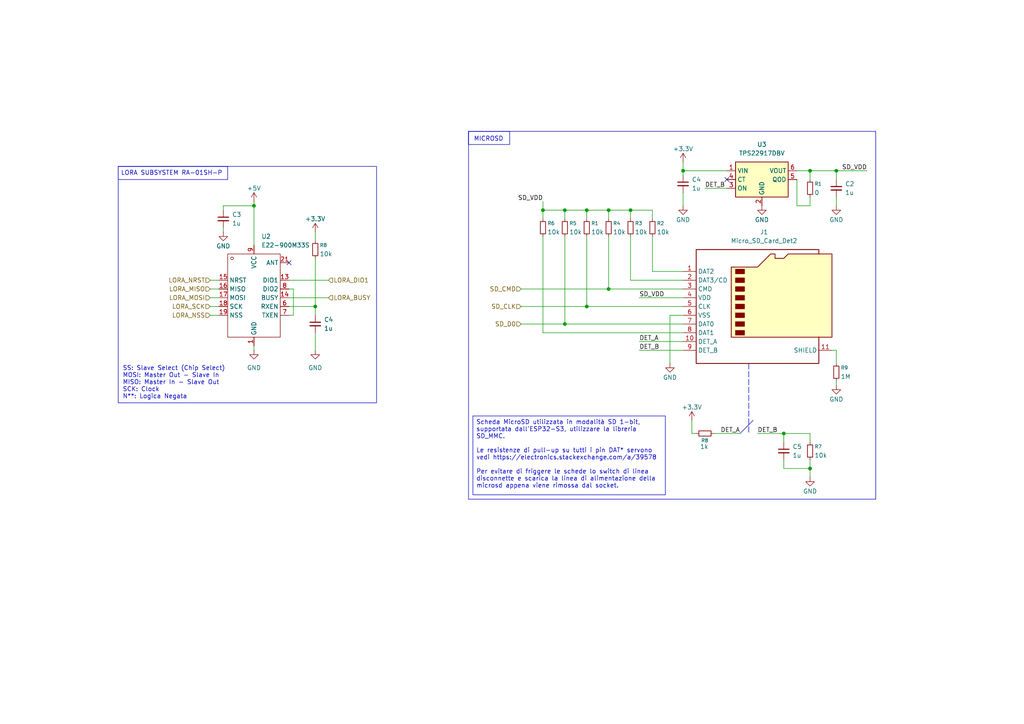
<source format=kicad_sch>
(kicad_sch
	(version 20250114)
	(generator "eeschema")
	(generator_version "9.0")
	(uuid "8ca2fe22-b350-4fe2-b7f7-a053ca80d2b8")
	(paper "A4")
	(lib_symbols
		(symbol "Connector:Micro_SD_Card_Det2"
			(exclude_from_sim no)
			(in_bom yes)
			(on_board yes)
			(property "Reference" "J"
				(at -16.51 17.78 0)
				(effects
					(font
						(size 1.27 1.27)
					)
				)
			)
			(property "Value" "Micro_SD_Card_Det2"
				(at 16.51 17.78 0)
				(effects
					(font
						(size 1.27 1.27)
					)
					(justify right)
				)
			)
			(property "Footprint" ""
				(at 52.07 17.78 0)
				(effects
					(font
						(size 1.27 1.27)
					)
					(hide yes)
				)
			)
			(property "Datasheet" "https://www.hirose.com/en/product/document?clcode=&productname=&series=DM3&documenttype=Catalog&lang=en&documentid=D49662_en"
				(at 2.54 2.54 0)
				(effects
					(font
						(size 1.27 1.27)
					)
					(hide yes)
				)
			)
			(property "Description" "Micro SD Card Socket with two card detection pins"
				(at 0 0 0)
				(effects
					(font
						(size 1.27 1.27)
					)
					(hide yes)
				)
			)
			(property "ki_keywords" "connector SD microsd"
				(at 0 0 0)
				(effects
					(font
						(size 1.27 1.27)
					)
					(hide yes)
				)
			)
			(property "ki_fp_filters" "microSD*"
				(at 0 0 0)
				(effects
					(font
						(size 1.27 1.27)
					)
					(hide yes)
				)
			)
			(symbol "Micro_SD_Card_Det2_0_1"
				(polyline
					(pts
						(xy -8.89 -8.89) (xy -8.89 11.43) (xy -1.27 11.43) (xy 2.54 15.24) (xy 3.81 15.24) (xy 3.81 13.97)
						(xy 6.35 13.97) (xy 7.62 15.24) (xy 20.32 15.24) (xy 20.32 -8.89) (xy -8.89 -8.89)
					)
					(stroke
						(width 0.254)
						(type default)
					)
					(fill
						(type background)
					)
				)
				(rectangle
					(start -7.62 10.795)
					(end -5.08 9.525)
					(stroke
						(width 0.254)
						(type default)
					)
					(fill
						(type outline)
					)
				)
				(rectangle
					(start -7.62 8.255)
					(end -5.08 6.985)
					(stroke
						(width 0.254)
						(type default)
					)
					(fill
						(type outline)
					)
				)
				(rectangle
					(start -7.62 5.715)
					(end -5.08 4.445)
					(stroke
						(width 0.254)
						(type default)
					)
					(fill
						(type outline)
					)
				)
				(rectangle
					(start -7.62 3.175)
					(end -5.08 1.905)
					(stroke
						(width 0.254)
						(type default)
					)
					(fill
						(type outline)
					)
				)
				(rectangle
					(start -7.62 0.635)
					(end -5.08 -0.635)
					(stroke
						(width 0.254)
						(type default)
					)
					(fill
						(type outline)
					)
				)
				(rectangle
					(start -7.62 -1.905)
					(end -5.08 -3.175)
					(stroke
						(width 0.254)
						(type default)
					)
					(fill
						(type outline)
					)
				)
				(rectangle
					(start -7.62 -4.445)
					(end -5.08 -5.715)
					(stroke
						(width 0.254)
						(type default)
					)
					(fill
						(type outline)
					)
				)
				(rectangle
					(start -7.62 -6.985)
					(end -5.08 -8.255)
					(stroke
						(width 0.254)
						(type default)
					)
					(fill
						(type outline)
					)
				)
				(polyline
					(pts
						(xy 16.51 15.24) (xy 16.51 16.51) (xy -19.05 16.51) (xy -19.05 -16.51) (xy 16.51 -16.51) (xy 16.51 -8.89)
					)
					(stroke
						(width 0.254)
						(type default)
					)
					(fill
						(type none)
					)
				)
			)
			(symbol "Micro_SD_Card_Det2_1_1"
				(pin bidirectional line
					(at -22.86 10.16 0)
					(length 3.81)
					(name "DAT2"
						(effects
							(font
								(size 1.27 1.27)
							)
						)
					)
					(number "1"
						(effects
							(font
								(size 1.27 1.27)
							)
						)
					)
				)
				(pin bidirectional line
					(at -22.86 7.62 0)
					(length 3.81)
					(name "DAT3/CD"
						(effects
							(font
								(size 1.27 1.27)
							)
						)
					)
					(number "2"
						(effects
							(font
								(size 1.27 1.27)
							)
						)
					)
				)
				(pin input line
					(at -22.86 5.08 0)
					(length 3.81)
					(name "CMD"
						(effects
							(font
								(size 1.27 1.27)
							)
						)
					)
					(number "3"
						(effects
							(font
								(size 1.27 1.27)
							)
						)
					)
				)
				(pin power_in line
					(at -22.86 2.54 0)
					(length 3.81)
					(name "VDD"
						(effects
							(font
								(size 1.27 1.27)
							)
						)
					)
					(number "4"
						(effects
							(font
								(size 1.27 1.27)
							)
						)
					)
				)
				(pin input line
					(at -22.86 0 0)
					(length 3.81)
					(name "CLK"
						(effects
							(font
								(size 1.27 1.27)
							)
						)
					)
					(number "5"
						(effects
							(font
								(size 1.27 1.27)
							)
						)
					)
				)
				(pin power_in line
					(at -22.86 -2.54 0)
					(length 3.81)
					(name "VSS"
						(effects
							(font
								(size 1.27 1.27)
							)
						)
					)
					(number "6"
						(effects
							(font
								(size 1.27 1.27)
							)
						)
					)
				)
				(pin bidirectional line
					(at -22.86 -5.08 0)
					(length 3.81)
					(name "DAT0"
						(effects
							(font
								(size 1.27 1.27)
							)
						)
					)
					(number "7"
						(effects
							(font
								(size 1.27 1.27)
							)
						)
					)
				)
				(pin bidirectional line
					(at -22.86 -7.62 0)
					(length 3.81)
					(name "DAT1"
						(effects
							(font
								(size 1.27 1.27)
							)
						)
					)
					(number "8"
						(effects
							(font
								(size 1.27 1.27)
							)
						)
					)
				)
				(pin passive line
					(at -22.86 -10.16 0)
					(length 3.81)
					(name "DET_A"
						(effects
							(font
								(size 1.27 1.27)
							)
						)
					)
					(number "10"
						(effects
							(font
								(size 1.27 1.27)
							)
						)
					)
				)
				(pin passive line
					(at -22.86 -12.7 0)
					(length 3.81)
					(name "DET_B"
						(effects
							(font
								(size 1.27 1.27)
							)
						)
					)
					(number "9"
						(effects
							(font
								(size 1.27 1.27)
							)
						)
					)
				)
				(pin passive line
					(at 20.32 -12.7 180)
					(length 3.81)
					(name "SHIELD"
						(effects
							(font
								(size 1.27 1.27)
							)
						)
					)
					(number "11"
						(effects
							(font
								(size 1.27 1.27)
							)
						)
					)
				)
			)
			(embedded_fonts no)
		)
		(symbol "Device:C_Small"
			(pin_numbers
				(hide yes)
			)
			(pin_names
				(offset 0.254)
				(hide yes)
			)
			(exclude_from_sim no)
			(in_bom yes)
			(on_board yes)
			(property "Reference" "C"
				(at 0.254 1.778 0)
				(effects
					(font
						(size 1.27 1.27)
					)
					(justify left)
				)
			)
			(property "Value" "C_Small"
				(at 0.254 -2.032 0)
				(effects
					(font
						(size 1.27 1.27)
					)
					(justify left)
				)
			)
			(property "Footprint" ""
				(at 0 0 0)
				(effects
					(font
						(size 1.27 1.27)
					)
					(hide yes)
				)
			)
			(property "Datasheet" "~"
				(at 0 0 0)
				(effects
					(font
						(size 1.27 1.27)
					)
					(hide yes)
				)
			)
			(property "Description" "Unpolarized capacitor, small symbol"
				(at 0 0 0)
				(effects
					(font
						(size 1.27 1.27)
					)
					(hide yes)
				)
			)
			(property "ki_keywords" "capacitor cap"
				(at 0 0 0)
				(effects
					(font
						(size 1.27 1.27)
					)
					(hide yes)
				)
			)
			(property "ki_fp_filters" "C_*"
				(at 0 0 0)
				(effects
					(font
						(size 1.27 1.27)
					)
					(hide yes)
				)
			)
			(symbol "C_Small_0_1"
				(polyline
					(pts
						(xy -1.524 0.508) (xy 1.524 0.508)
					)
					(stroke
						(width 0.3048)
						(type default)
					)
					(fill
						(type none)
					)
				)
				(polyline
					(pts
						(xy -1.524 -0.508) (xy 1.524 -0.508)
					)
					(stroke
						(width 0.3302)
						(type default)
					)
					(fill
						(type none)
					)
				)
			)
			(symbol "C_Small_1_1"
				(pin passive line
					(at 0 2.54 270)
					(length 2.032)
					(name "~"
						(effects
							(font
								(size 1.27 1.27)
							)
						)
					)
					(number "1"
						(effects
							(font
								(size 1.27 1.27)
							)
						)
					)
				)
				(pin passive line
					(at 0 -2.54 90)
					(length 2.032)
					(name "~"
						(effects
							(font
								(size 1.27 1.27)
							)
						)
					)
					(number "2"
						(effects
							(font
								(size 1.27 1.27)
							)
						)
					)
				)
			)
			(embedded_fonts no)
		)
		(symbol "Device:R_Small"
			(pin_numbers
				(hide yes)
			)
			(pin_names
				(offset 0.254)
				(hide yes)
			)
			(exclude_from_sim no)
			(in_bom yes)
			(on_board yes)
			(property "Reference" "R"
				(at 0 0 90)
				(effects
					(font
						(size 1.016 1.016)
					)
				)
			)
			(property "Value" "R_Small"
				(at 1.778 0 90)
				(effects
					(font
						(size 1.27 1.27)
					)
				)
			)
			(property "Footprint" ""
				(at 0 0 0)
				(effects
					(font
						(size 1.27 1.27)
					)
					(hide yes)
				)
			)
			(property "Datasheet" "~"
				(at 0 0 0)
				(effects
					(font
						(size 1.27 1.27)
					)
					(hide yes)
				)
			)
			(property "Description" "Resistor, small symbol"
				(at 0 0 0)
				(effects
					(font
						(size 1.27 1.27)
					)
					(hide yes)
				)
			)
			(property "ki_keywords" "R resistor"
				(at 0 0 0)
				(effects
					(font
						(size 1.27 1.27)
					)
					(hide yes)
				)
			)
			(property "ki_fp_filters" "R_*"
				(at 0 0 0)
				(effects
					(font
						(size 1.27 1.27)
					)
					(hide yes)
				)
			)
			(symbol "R_Small_0_1"
				(rectangle
					(start -0.762 1.778)
					(end 0.762 -1.778)
					(stroke
						(width 0.2032)
						(type default)
					)
					(fill
						(type none)
					)
				)
			)
			(symbol "R_Small_1_1"
				(pin passive line
					(at 0 2.54 270)
					(length 0.762)
					(name "~"
						(effects
							(font
								(size 1.27 1.27)
							)
						)
					)
					(number "1"
						(effects
							(font
								(size 1.27 1.27)
							)
						)
					)
				)
				(pin passive line
					(at 0 -2.54 90)
					(length 0.762)
					(name "~"
						(effects
							(font
								(size 1.27 1.27)
							)
						)
					)
					(number "2"
						(effects
							(font
								(size 1.27 1.27)
							)
						)
					)
				)
			)
			(embedded_fonts no)
		)
		(symbol "LoRa:E22-900M33S"
			(exclude_from_sim no)
			(in_bom yes)
			(on_board yes)
			(property "Reference" "U"
				(at 3.81 20.066 0)
				(effects
					(font
						(size 1.27 1.27)
					)
				)
			)
			(property "Value" "E22-900M33S"
				(at 10.16 17.526 0)
				(effects
					(font
						(size 1.27 1.27)
					)
				)
			)
			(property "Footprint" "E22-XXXM33S:E22-XXXM33S"
				(at -1.778 -54.864 0)
				(effects
					(font
						(size 1.27 1.27)
					)
					(hide yes)
				)
			)
			(property "Datasheet" "https://item.szlcsc.com/datasheet/E22-900M33S/24015635.html"
				(at -2.794 -58.928 0)
				(effects
					(font
						(size 1.27 1.27)
					)
					(hide yes)
				)
			)
			(property "Description" "Output Power:33.5dBm Output Power:33.5dBm Interface Type:SPI Modulation System:LoRa；GFSK Voltage - Supply:3.3V~5.5V Voltage - Supply:3.3V~5.5V Antenna Type:Stamp Hole Antenna；IPEX Connector Receive  Current:15mA Send  Current:1200mA Sensitivity:-136dBm Se"
				(at -1.778 -54.864 0)
				(effects
					(font
						(size 1.27 1.27)
					)
					(hide yes)
				)
			)
			(property "Manufacturer Part" "E22-900M33S"
				(at -1.27 -60.198 0)
				(effects
					(font
						(size 1.27 1.27)
					)
					(hide yes)
				)
			)
			(property "Manufacturer" "EBYTE(亿佰特)"
				(at -1.27 -60.198 0)
				(effects
					(font
						(size 1.27 1.27)
					)
					(hide yes)
				)
			)
			(property "Supplier Part" "C22399506"
				(at -1.27 -60.198 0)
				(effects
					(font
						(size 1.27 1.27)
					)
					(hide yes)
				)
			)
			(property "Supplier" "LCSC"
				(at -1.27 -60.198 0)
				(effects
					(font
						(size 1.27 1.27)
					)
					(hide yes)
				)
			)
			(property "LCSC Part Name" "LoRa扩频无线模块2W大功率升级SX1268/1262芯片SPI 915M"
				(at -0.762 -57.404 0)
				(effects
					(font
						(size 1.27 1.27)
					)
					(hide yes)
				)
			)
			(symbol "E22-900M33S_1_0"
				(rectangle
					(start -7.62 12.7)
					(end 7.62 -11.43)
					(stroke
						(width 0)
						(type default)
					)
					(fill
						(type none)
					)
				)
				(circle
					(center -6.35 11.43)
					(radius 0.381)
					(stroke
						(width 0)
						(type default)
					)
					(fill
						(type none)
					)
				)
				(pin input line
					(at -10.16 5.08 0)
					(length 2.54)
					(name "NRST"
						(effects
							(font
								(size 1.27 1.27)
							)
						)
					)
					(number "15"
						(effects
							(font
								(size 1.27 1.27)
							)
						)
					)
				)
				(pin output line
					(at -10.16 2.54 0)
					(length 2.54)
					(name "MISO"
						(effects
							(font
								(size 1.27 1.27)
							)
						)
					)
					(number "16"
						(effects
							(font
								(size 1.27 1.27)
							)
						)
					)
				)
				(pin input line
					(at -10.16 0 0)
					(length 2.54)
					(name "MOSI"
						(effects
							(font
								(size 1.27 1.27)
							)
						)
					)
					(number "17"
						(effects
							(font
								(size 1.27 1.27)
							)
						)
					)
				)
				(pin input line
					(at -10.16 -2.54 0)
					(length 2.54)
					(name "SCK"
						(effects
							(font
								(size 1.27 1.27)
							)
						)
					)
					(number "18"
						(effects
							(font
								(size 1.27 1.27)
							)
						)
					)
				)
				(pin input line
					(at -10.16 -5.08 0)
					(length 2.54)
					(name "NSS"
						(effects
							(font
								(size 1.27 1.27)
							)
						)
					)
					(number "19"
						(effects
							(font
								(size 1.27 1.27)
							)
						)
					)
				)
				(pin power_in line
					(at 0 15.24 270)
					(length 2.54)
					(hide yes)
					(name "VCC"
						(effects
							(font
								(size 1.27 1.27)
							)
						)
					)
					(number "10"
						(effects
							(font
								(size 1.27 1.27)
							)
						)
					)
				)
				(pin power_in line
					(at 0 15.24 270)
					(length 2.54)
					(name "VCC"
						(effects
							(font
								(size 1.27 1.27)
							)
						)
					)
					(number "9"
						(effects
							(font
								(size 1.27 1.27)
							)
						)
					)
				)
				(pin power_in line
					(at 0 -13.97 90)
					(length 2.54)
					(name "GND"
						(effects
							(font
								(size 1.27 1.27)
							)
						)
					)
					(number "1"
						(effects
							(font
								(size 1.27 1.27)
							)
						)
					)
				)
				(pin power_in line
					(at 0 -13.97 90)
					(length 2.54)
					(hide yes)
					(name "GND"
						(effects
							(font
								(size 1.27 1.27)
							)
						)
					)
					(number "11"
						(effects
							(font
								(size 1.27 1.27)
							)
						)
					)
				)
				(pin power_in line
					(at 0 -13.97 90)
					(length 2.54)
					(hide yes)
					(name "GND"
						(effects
							(font
								(size 1.27 1.27)
							)
						)
					)
					(number "12"
						(effects
							(font
								(size 1.27 1.27)
							)
						)
					)
				)
				(pin power_in line
					(at 0 -13.97 90)
					(length 2.54)
					(hide yes)
					(name "GND"
						(effects
							(font
								(size 1.27 1.27)
							)
						)
					)
					(number "2"
						(effects
							(font
								(size 1.27 1.27)
							)
						)
					)
				)
				(pin power_in line
					(at 0 -13.97 90)
					(length 2.54)
					(hide yes)
					(name "GND"
						(effects
							(font
								(size 1.27 1.27)
							)
						)
					)
					(number "20"
						(effects
							(font
								(size 1.27 1.27)
							)
						)
					)
				)
				(pin power_in line
					(at 0 -13.97 90)
					(length 2.54)
					(hide yes)
					(name "GND"
						(effects
							(font
								(size 1.27 1.27)
							)
						)
					)
					(number "22"
						(effects
							(font
								(size 1.27 1.27)
							)
						)
					)
				)
				(pin power_in line
					(at 0 -13.97 90)
					(length 2.54)
					(hide yes)
					(name "GND"
						(effects
							(font
								(size 1.27 1.27)
							)
						)
					)
					(number "3"
						(effects
							(font
								(size 1.27 1.27)
							)
						)
					)
				)
				(pin power_in line
					(at 0 -13.97 90)
					(length 2.54)
					(hide yes)
					(name "GND"
						(effects
							(font
								(size 1.27 1.27)
							)
						)
					)
					(number "4"
						(effects
							(font
								(size 1.27 1.27)
							)
						)
					)
				)
				(pin power_in line
					(at 0 -13.97 90)
					(length 2.54)
					(hide yes)
					(name "GND"
						(effects
							(font
								(size 1.27 1.27)
							)
						)
					)
					(number "5"
						(effects
							(font
								(size 1.27 1.27)
							)
						)
					)
				)
				(pin passive line
					(at 10.16 10.16 180)
					(length 2.54)
					(name "ANT"
						(effects
							(font
								(size 1.27 1.27)
							)
						)
					)
					(number "21"
						(effects
							(font
								(size 1.27 1.27)
							)
						)
					)
				)
				(pin bidirectional line
					(at 10.16 5.08 180)
					(length 2.54)
					(name "DIO1"
						(effects
							(font
								(size 1.27 1.27)
							)
						)
					)
					(number "13"
						(effects
							(font
								(size 1.27 1.27)
							)
						)
					)
				)
				(pin bidirectional line
					(at 10.16 2.54 180)
					(length 2.54)
					(name "DIO2"
						(effects
							(font
								(size 1.27 1.27)
							)
						)
					)
					(number "8"
						(effects
							(font
								(size 1.27 1.27)
							)
						)
					)
				)
				(pin output line
					(at 10.16 0 180)
					(length 2.54)
					(name "BUSY"
						(effects
							(font
								(size 1.27 1.27)
							)
						)
					)
					(number "14"
						(effects
							(font
								(size 1.27 1.27)
							)
						)
					)
				)
				(pin input line
					(at 10.16 -2.54 180)
					(length 2.54)
					(name "RXEN"
						(effects
							(font
								(size 1.27 1.27)
							)
						)
					)
					(number "6"
						(effects
							(font
								(size 1.27 1.27)
							)
						)
					)
				)
				(pin input line
					(at 10.16 -5.08 180)
					(length 2.54)
					(name "TXEN"
						(effects
							(font
								(size 1.27 1.27)
							)
						)
					)
					(number "7"
						(effects
							(font
								(size 1.27 1.27)
							)
						)
					)
				)
			)
			(embedded_fonts no)
		)
		(symbol "Power_Management:TPS22917DBV"
			(exclude_from_sim no)
			(in_bom yes)
			(on_board yes)
			(property "Reference" "U"
				(at -6.35 6.35 0)
				(effects
					(font
						(size 1.27 1.27)
					)
				)
			)
			(property "Value" "TPS22917DBV"
				(at 2.54 6.35 0)
				(effects
					(font
						(size 1.27 1.27)
					)
				)
			)
			(property "Footprint" "Package_TO_SOT_SMD:SOT-23-6"
				(at 0 12.7 0)
				(effects
					(font
						(size 1.27 1.27)
					)
					(hide yes)
				)
			)
			(property "Datasheet" "http://www.ti.com/lit/ds/symlink/tps22917.pdf"
				(at 1.27 -17.78 0)
				(effects
					(font
						(size 1.27 1.27)
					)
					(hide yes)
				)
			)
			(property "Description" "1V to 5.5V, 2A, 80mΩ Ultra-Low Leakage Load Switch, SOT23-6"
				(at 0 0 0)
				(effects
					(font
						(size 1.27 1.27)
					)
					(hide yes)
				)
			)
			(property "ki_keywords" "high-side power distribution switch"
				(at 0 0 0)
				(effects
					(font
						(size 1.27 1.27)
					)
					(hide yes)
				)
			)
			(property "ki_fp_filters" "SOT?23*"
				(at 0 0 0)
				(effects
					(font
						(size 1.27 1.27)
					)
					(hide yes)
				)
			)
			(symbol "TPS22917DBV_0_1"
				(rectangle
					(start -7.62 5.08)
					(end 7.62 -5.08)
					(stroke
						(width 0.254)
						(type default)
					)
					(fill
						(type background)
					)
				)
			)
			(symbol "TPS22917DBV_1_1"
				(pin power_in line
					(at -10.16 2.54 0)
					(length 2.54)
					(name "VIN"
						(effects
							(font
								(size 1.27 1.27)
							)
						)
					)
					(number "1"
						(effects
							(font
								(size 1.27 1.27)
							)
						)
					)
				)
				(pin output line
					(at -10.16 0 0)
					(length 2.54)
					(name "CT"
						(effects
							(font
								(size 1.27 1.27)
							)
						)
					)
					(number "4"
						(effects
							(font
								(size 1.27 1.27)
							)
						)
					)
				)
				(pin input line
					(at -10.16 -2.54 0)
					(length 2.54)
					(name "ON"
						(effects
							(font
								(size 1.27 1.27)
							)
						)
					)
					(number "3"
						(effects
							(font
								(size 1.27 1.27)
							)
						)
					)
				)
				(pin power_in line
					(at 0 -7.62 90)
					(length 2.54)
					(name "GND"
						(effects
							(font
								(size 1.27 1.27)
							)
						)
					)
					(number "2"
						(effects
							(font
								(size 1.27 1.27)
							)
						)
					)
				)
				(pin power_out line
					(at 10.16 2.54 180)
					(length 2.54)
					(name "VOUT"
						(effects
							(font
								(size 1.27 1.27)
							)
						)
					)
					(number "6"
						(effects
							(font
								(size 1.27 1.27)
							)
						)
					)
				)
				(pin open_collector line
					(at 10.16 0 180)
					(length 2.54)
					(name "QOD"
						(effects
							(font
								(size 1.27 1.27)
							)
						)
					)
					(number "5"
						(effects
							(font
								(size 1.27 1.27)
							)
						)
					)
				)
			)
			(embedded_fonts no)
		)
		(symbol "power:+3.3V"
			(power)
			(pin_numbers
				(hide yes)
			)
			(pin_names
				(offset 0)
				(hide yes)
			)
			(exclude_from_sim no)
			(in_bom yes)
			(on_board yes)
			(property "Reference" "#PWR"
				(at 0 -3.81 0)
				(effects
					(font
						(size 1.27 1.27)
					)
					(hide yes)
				)
			)
			(property "Value" "+3.3V"
				(at 0 3.556 0)
				(effects
					(font
						(size 1.27 1.27)
					)
				)
			)
			(property "Footprint" ""
				(at 0 0 0)
				(effects
					(font
						(size 1.27 1.27)
					)
					(hide yes)
				)
			)
			(property "Datasheet" ""
				(at 0 0 0)
				(effects
					(font
						(size 1.27 1.27)
					)
					(hide yes)
				)
			)
			(property "Description" "Power symbol creates a global label with name \"+3.3V\""
				(at 0 0 0)
				(effects
					(font
						(size 1.27 1.27)
					)
					(hide yes)
				)
			)
			(property "ki_keywords" "global power"
				(at 0 0 0)
				(effects
					(font
						(size 1.27 1.27)
					)
					(hide yes)
				)
			)
			(symbol "+3.3V_0_1"
				(polyline
					(pts
						(xy -0.762 1.27) (xy 0 2.54)
					)
					(stroke
						(width 0)
						(type default)
					)
					(fill
						(type none)
					)
				)
				(polyline
					(pts
						(xy 0 2.54) (xy 0.762 1.27)
					)
					(stroke
						(width 0)
						(type default)
					)
					(fill
						(type none)
					)
				)
				(polyline
					(pts
						(xy 0 0) (xy 0 2.54)
					)
					(stroke
						(width 0)
						(type default)
					)
					(fill
						(type none)
					)
				)
			)
			(symbol "+3.3V_1_1"
				(pin power_in line
					(at 0 0 90)
					(length 0)
					(name "~"
						(effects
							(font
								(size 1.27 1.27)
							)
						)
					)
					(number "1"
						(effects
							(font
								(size 1.27 1.27)
							)
						)
					)
				)
			)
			(embedded_fonts no)
		)
		(symbol "power:+5V"
			(power)
			(pin_numbers
				(hide yes)
			)
			(pin_names
				(offset 0)
				(hide yes)
			)
			(exclude_from_sim no)
			(in_bom yes)
			(on_board yes)
			(property "Reference" "#PWR"
				(at 0 -3.81 0)
				(effects
					(font
						(size 1.27 1.27)
					)
					(hide yes)
				)
			)
			(property "Value" "+5V"
				(at 0 3.556 0)
				(effects
					(font
						(size 1.27 1.27)
					)
				)
			)
			(property "Footprint" ""
				(at 0 0 0)
				(effects
					(font
						(size 1.27 1.27)
					)
					(hide yes)
				)
			)
			(property "Datasheet" ""
				(at 0 0 0)
				(effects
					(font
						(size 1.27 1.27)
					)
					(hide yes)
				)
			)
			(property "Description" "Power symbol creates a global label with name \"+5V\""
				(at 0 0 0)
				(effects
					(font
						(size 1.27 1.27)
					)
					(hide yes)
				)
			)
			(property "ki_keywords" "global power"
				(at 0 0 0)
				(effects
					(font
						(size 1.27 1.27)
					)
					(hide yes)
				)
			)
			(symbol "+5V_0_1"
				(polyline
					(pts
						(xy -0.762 1.27) (xy 0 2.54)
					)
					(stroke
						(width 0)
						(type default)
					)
					(fill
						(type none)
					)
				)
				(polyline
					(pts
						(xy 0 2.54) (xy 0.762 1.27)
					)
					(stroke
						(width 0)
						(type default)
					)
					(fill
						(type none)
					)
				)
				(polyline
					(pts
						(xy 0 0) (xy 0 2.54)
					)
					(stroke
						(width 0)
						(type default)
					)
					(fill
						(type none)
					)
				)
			)
			(symbol "+5V_1_1"
				(pin power_in line
					(at 0 0 90)
					(length 0)
					(name "~"
						(effects
							(font
								(size 1.27 1.27)
							)
						)
					)
					(number "1"
						(effects
							(font
								(size 1.27 1.27)
							)
						)
					)
				)
			)
			(embedded_fonts no)
		)
		(symbol "power:GND"
			(power)
			(pin_numbers
				(hide yes)
			)
			(pin_names
				(offset 0)
				(hide yes)
			)
			(exclude_from_sim no)
			(in_bom yes)
			(on_board yes)
			(property "Reference" "#PWR"
				(at 0 -6.35 0)
				(effects
					(font
						(size 1.27 1.27)
					)
					(hide yes)
				)
			)
			(property "Value" "GND"
				(at 0 -3.81 0)
				(effects
					(font
						(size 1.27 1.27)
					)
				)
			)
			(property "Footprint" ""
				(at 0 0 0)
				(effects
					(font
						(size 1.27 1.27)
					)
					(hide yes)
				)
			)
			(property "Datasheet" ""
				(at 0 0 0)
				(effects
					(font
						(size 1.27 1.27)
					)
					(hide yes)
				)
			)
			(property "Description" "Power symbol creates a global label with name \"GND\" , ground"
				(at 0 0 0)
				(effects
					(font
						(size 1.27 1.27)
					)
					(hide yes)
				)
			)
			(property "ki_keywords" "global power"
				(at 0 0 0)
				(effects
					(font
						(size 1.27 1.27)
					)
					(hide yes)
				)
			)
			(symbol "GND_0_1"
				(polyline
					(pts
						(xy 0 0) (xy 0 -1.27) (xy 1.27 -1.27) (xy 0 -2.54) (xy -1.27 -1.27) (xy 0 -1.27)
					)
					(stroke
						(width 0)
						(type default)
					)
					(fill
						(type none)
					)
				)
			)
			(symbol "GND_1_1"
				(pin power_in line
					(at 0 0 270)
					(length 0)
					(name "~"
						(effects
							(font
								(size 1.27 1.27)
							)
						)
					)
					(number "1"
						(effects
							(font
								(size 1.27 1.27)
							)
						)
					)
				)
			)
			(embedded_fonts no)
		)
	)
	(rectangle
		(start 135.89 38.1)
		(end 254 144.78)
		(stroke
			(width 0)
			(type default)
		)
		(fill
			(type none)
		)
		(uuid 2287437b-2e64-4872-bb0e-ffce24c7a53d)
	)
	(rectangle
		(start 135.89 38.1)
		(end 147.828 41.91)
		(stroke
			(width 0)
			(type default)
		)
		(fill
			(type none)
		)
		(uuid 6c9b08c0-06fb-4f4b-a9db-8e2c3dd74a61)
	)
	(rectangle
		(start 34.29 48.26)
		(end 109.22 116.84)
		(stroke
			(width 0)
			(type default)
		)
		(fill
			(type none)
		)
		(uuid 9594000d-96c2-4e40-89af-caec59ce68d7)
	)
	(rectangle
		(start 34.29 48.26)
		(end 66.04 52.07)
		(stroke
			(width 0)
			(type default)
		)
		(fill
			(type none)
		)
		(uuid d3fadec2-1c6d-4c45-b8b8-73ebdb2b2d30)
	)
	(text "SS: Slave Select (Chip Select)\nMOSI: Master Out - Slave In\nMISO: Master In - Slave Out\nSCK: Clock\nN**: Logica Negata"
		(exclude_from_sim no)
		(at 35.56 110.998 0)
		(effects
			(font
				(size 1.27 1.27)
			)
			(justify left)
		)
		(uuid "4f355832-7c7e-41d2-acbb-224cd7b7aea4")
	)
	(text "LORA SUBSYSTEM RA-01SH-P"
		(exclude_from_sim no)
		(at 35.052 50.292 0)
		(effects
			(font
				(size 1.27 1.27)
			)
			(justify left)
		)
		(uuid "68d3f314-34f6-49f8-90d3-bdeed5963458")
	)
	(text "MICROSD"
		(exclude_from_sim no)
		(at 137.414 40.386 0)
		(effects
			(font
				(size 1.27 1.27)
			)
			(justify left)
		)
		(uuid "ccde0829-3d62-4f4c-bb9f-30cb22c114d4")
	)
	(text_box "Scheda MicroSD utilizzata in modalità SD 1-bit, supportata dall'ESP32-S3, utilizzare la libreria SD_MMC.\n\nLe resistenze di pull-up su tutti i pin DAT* servono vedi https://electronics.stackexchange.com/a/39578\n\nPer evitare di friggere le schede lo switch di linea disconnette e scarica la linea di alimentazione della microsd appena viene rimossa dal socket."
		(exclude_from_sim no)
		(at 137.16 120.65 0)
		(size 55.8165 22.86)
		(margins 0.9525 0.9525 0.9525 0.9525)
		(stroke
			(width 0)
			(type solid)
		)
		(fill
			(type none)
		)
		(effects
			(font
				(size 1.27 1.27)
			)
			(justify left top)
		)
		(uuid "e1b267e4-cef6-4861-ac36-e22456695335")
	)
	(junction
		(at 163.83 60.96)
		(diameter 0)
		(color 0 0 0 0)
		(uuid "33375543-2817-4bd4-84e4-80a7f3263021")
	)
	(junction
		(at 182.88 60.96)
		(diameter 0)
		(color 0 0 0 0)
		(uuid "360ee2b6-7d7b-42f7-bfc9-a7d700ef4547")
	)
	(junction
		(at 176.53 83.82)
		(diameter 0)
		(color 0 0 0 0)
		(uuid "7e1d6221-fb1a-4c3f-a234-8bad9ceb81ed")
	)
	(junction
		(at 227.33 125.73)
		(diameter 0)
		(color 0 0 0 0)
		(uuid "8be6c0ce-466c-4eb4-9737-d90f9e31aad8")
	)
	(junction
		(at 163.83 93.98)
		(diameter 0)
		(color 0 0 0 0)
		(uuid "938ed681-e8c5-4d35-9945-55fb8eb8be61")
	)
	(junction
		(at 170.18 60.96)
		(diameter 0)
		(color 0 0 0 0)
		(uuid "a8205253-b7be-4873-9424-f423ebd6d869")
	)
	(junction
		(at 73.66 59.69)
		(diameter 0)
		(color 0 0 0 0)
		(uuid "aa63b3b4-2647-4302-978c-5eb44921fa9b")
	)
	(junction
		(at 176.53 60.96)
		(diameter 0)
		(color 0 0 0 0)
		(uuid "b5f9d499-fd51-429b-820e-066754704680")
	)
	(junction
		(at 242.57 49.53)
		(diameter 0)
		(color 0 0 0 0)
		(uuid "c4b346b9-5a1c-40d5-8813-d41a761d366a")
	)
	(junction
		(at 157.48 60.96)
		(diameter 0)
		(color 0 0 0 0)
		(uuid "c8cece85-42a5-40e6-9087-8c3ca9791804")
	)
	(junction
		(at 170.18 88.9)
		(diameter 0)
		(color 0 0 0 0)
		(uuid "cfa37ad9-6c5b-4821-b979-313eb16e0a76")
	)
	(junction
		(at 91.44 88.9)
		(diameter 0)
		(color 0 0 0 0)
		(uuid "d85574b1-9bef-4a22-8f84-beca24bb22ed")
	)
	(junction
		(at 234.95 135.89)
		(diameter 0)
		(color 0 0 0 0)
		(uuid "e2bd2797-1675-42e2-8af2-c899cedcd871")
	)
	(junction
		(at 198.12 49.53)
		(diameter 0)
		(color 0 0 0 0)
		(uuid "e9d4a571-47ad-4a91-bd17-cb71abd2a204")
	)
	(junction
		(at 234.95 49.53)
		(diameter 0)
		(color 0 0 0 0)
		(uuid "f7b853b2-6134-4062-bd9b-9c3ddd370702")
	)
	(no_connect
		(at 83.82 76.2)
		(uuid "0221915f-0d71-433e-bc2b-583db791dde7")
	)
	(no_connect
		(at 210.82 52.07)
		(uuid "6474423b-2193-4d2d-9f31-38f4a2db2c9d")
	)
	(wire
		(pts
			(xy 198.12 91.44) (xy 194.31 91.44)
		)
		(stroke
			(width 0)
			(type default)
		)
		(uuid "036f8494-3ee9-43e8-a38c-2d8f882186ce")
	)
	(wire
		(pts
			(xy 170.18 60.96) (xy 170.18 63.5)
		)
		(stroke
			(width 0)
			(type default)
		)
		(uuid "05b25582-0895-4fc0-8a38-981a57b4887b")
	)
	(wire
		(pts
			(xy 64.77 66.04) (xy 64.77 67.31)
		)
		(stroke
			(width 0)
			(type default)
		)
		(uuid "07e7410f-1db9-4f71-ab0a-000cc2adad03")
	)
	(wire
		(pts
			(xy 163.83 68.58) (xy 163.83 93.98)
		)
		(stroke
			(width 0)
			(type default)
		)
		(uuid "0892d1e6-f937-45d6-8c31-7766edbafd11")
	)
	(wire
		(pts
			(xy 189.23 78.74) (xy 198.12 78.74)
		)
		(stroke
			(width 0)
			(type default)
		)
		(uuid "092bfab1-35af-47aa-9adc-dc0bdefae314")
	)
	(wire
		(pts
			(xy 207.01 125.73) (xy 214.63 125.73)
		)
		(stroke
			(width 0)
			(type default)
		)
		(uuid "0e5d6b81-a940-412d-84d4-4c64c32c76c7")
	)
	(wire
		(pts
			(xy 176.53 60.96) (xy 182.88 60.96)
		)
		(stroke
			(width 0)
			(type default)
		)
		(uuid "0f08692a-956c-49a7-a1a9-f71881d08ade")
	)
	(wire
		(pts
			(xy 231.14 52.07) (xy 231.14 59.69)
		)
		(stroke
			(width 0)
			(type default)
		)
		(uuid "10ca2e79-00d0-4811-9dbe-a2828039567e")
	)
	(wire
		(pts
			(xy 60.96 86.36) (xy 63.5 86.36)
		)
		(stroke
			(width 0)
			(type default)
		)
		(uuid "10ecf0f8-827b-4149-b7f8-cb147205269f")
	)
	(wire
		(pts
			(xy 227.33 125.73) (xy 227.33 128.27)
		)
		(stroke
			(width 0)
			(type default)
		)
		(uuid "1289d7f2-bf5e-42bd-91ba-6d2326052770")
	)
	(wire
		(pts
			(xy 163.83 60.96) (xy 163.83 63.5)
		)
		(stroke
			(width 0)
			(type default)
		)
		(uuid "138e57e1-c4f6-4461-9128-9547dd80e8d4")
	)
	(wire
		(pts
			(xy 241.3 101.6) (xy 242.57 101.6)
		)
		(stroke
			(width 0)
			(type default)
		)
		(uuid "13e4d5ae-5d7a-4843-8515-a4b607ca4703")
	)
	(wire
		(pts
			(xy 151.13 88.9) (xy 170.18 88.9)
		)
		(stroke
			(width 0)
			(type default)
		)
		(uuid "14ed6d6c-5b98-495f-8b63-c65867e49059")
	)
	(wire
		(pts
			(xy 198.12 46.99) (xy 198.12 49.53)
		)
		(stroke
			(width 0)
			(type default)
		)
		(uuid "1616d846-5e23-428c-b0d8-26395f804f53")
	)
	(wire
		(pts
			(xy 198.12 55.88) (xy 198.12 59.69)
		)
		(stroke
			(width 0)
			(type default)
		)
		(uuid "167304f9-84bd-4bd3-8e25-0afc508c9766")
	)
	(wire
		(pts
			(xy 227.33 133.35) (xy 227.33 135.89)
		)
		(stroke
			(width 0)
			(type default)
		)
		(uuid "17f6ed73-7da2-4ef6-8838-2d71f03ecd5b")
	)
	(wire
		(pts
			(xy 182.88 60.96) (xy 182.88 63.5)
		)
		(stroke
			(width 0)
			(type default)
		)
		(uuid "1a4187cf-cc81-4f74-aba8-e7c12b8e4ad5")
	)
	(wire
		(pts
			(xy 157.48 60.96) (xy 157.48 63.5)
		)
		(stroke
			(width 0)
			(type default)
		)
		(uuid "21ab6896-e093-4ee5-88da-c7b9f122a02e")
	)
	(wire
		(pts
			(xy 200.66 125.73) (xy 201.93 125.73)
		)
		(stroke
			(width 0)
			(type default)
		)
		(uuid "231c763c-188e-4d98-a97f-88c43ff26548")
	)
	(wire
		(pts
			(xy 91.44 96.52) (xy 91.44 101.6)
		)
		(stroke
			(width 0)
			(type default)
		)
		(uuid "2a7e3292-19d0-4b3f-9caa-25dbf61a549c")
	)
	(wire
		(pts
			(xy 60.96 81.28) (xy 63.5 81.28)
		)
		(stroke
			(width 0)
			(type default)
		)
		(uuid "2c5e840d-a6c1-4b4a-b4f2-321f7fbdd305")
	)
	(wire
		(pts
			(xy 73.66 100.33) (xy 73.66 101.6)
		)
		(stroke
			(width 0)
			(type default)
		)
		(uuid "334851a9-6f23-47ac-be69-87832d636fb6")
	)
	(wire
		(pts
			(xy 234.95 52.07) (xy 234.95 49.53)
		)
		(stroke
			(width 0)
			(type default)
		)
		(uuid "36f64dc0-d882-4644-bc61-93b798a3bfba")
	)
	(wire
		(pts
			(xy 91.44 88.9) (xy 83.82 88.9)
		)
		(stroke
			(width 0)
			(type default)
		)
		(uuid "39c474d1-826f-4f38-8b7b-295a607ecddf")
	)
	(wire
		(pts
			(xy 219.71 125.73) (xy 227.33 125.73)
		)
		(stroke
			(width 0)
			(type default)
		)
		(uuid "3a04a32e-695f-4654-ba1e-1c04b3346924")
	)
	(wire
		(pts
			(xy 170.18 60.96) (xy 176.53 60.96)
		)
		(stroke
			(width 0)
			(type default)
		)
		(uuid "3b0fb330-bcc9-473e-a926-2c4a9804dee3")
	)
	(wire
		(pts
			(xy 176.53 68.58) (xy 176.53 83.82)
		)
		(stroke
			(width 0)
			(type default)
		)
		(uuid "3cc743d5-c4a7-4311-b781-078655c44c8e")
	)
	(wire
		(pts
			(xy 185.42 101.6) (xy 198.12 101.6)
		)
		(stroke
			(width 0)
			(type default)
		)
		(uuid "3e8f8fe1-f56a-44b0-83b8-206955a49c41")
	)
	(wire
		(pts
			(xy 73.66 59.69) (xy 73.66 71.12)
		)
		(stroke
			(width 0)
			(type default)
		)
		(uuid "42626cfe-f57a-4be6-9147-f888c630fcf7")
	)
	(wire
		(pts
			(xy 176.53 83.82) (xy 198.12 83.82)
		)
		(stroke
			(width 0)
			(type default)
		)
		(uuid "49369438-85e1-406f-816b-4e32468e78a7")
	)
	(wire
		(pts
			(xy 210.82 49.53) (xy 198.12 49.53)
		)
		(stroke
			(width 0)
			(type default)
		)
		(uuid "4f4640a6-05bb-4600-96ea-a04347d79e92")
	)
	(wire
		(pts
			(xy 83.82 81.28) (xy 95.25 81.28)
		)
		(stroke
			(width 0)
			(type default)
		)
		(uuid "5fe0661c-6fe5-4097-a7be-501018346b2b")
	)
	(wire
		(pts
			(xy 189.23 68.58) (xy 189.23 78.74)
		)
		(stroke
			(width 0)
			(type default)
		)
		(uuid "60fddf51-a1cb-4d09-9e01-35373f171fb0")
	)
	(wire
		(pts
			(xy 227.33 125.73) (xy 234.95 125.73)
		)
		(stroke
			(width 0)
			(type default)
		)
		(uuid "620fc79a-0c4a-48ae-a354-94d3dabaa752")
	)
	(wire
		(pts
			(xy 242.57 49.53) (xy 251.46 49.53)
		)
		(stroke
			(width 0)
			(type default)
		)
		(uuid "625ca3cd-ecad-44e5-ad9d-a12736145719")
	)
	(wire
		(pts
			(xy 91.44 88.9) (xy 91.44 91.44)
		)
		(stroke
			(width 0)
			(type default)
		)
		(uuid "659fa722-00f5-418a-ab16-ef1074cada2e")
	)
	(wire
		(pts
			(xy 234.95 135.89) (xy 234.95 138.43)
		)
		(stroke
			(width 0)
			(type default)
		)
		(uuid "65f1218f-505b-438c-855a-8e84598ba924")
	)
	(wire
		(pts
			(xy 151.13 83.82) (xy 176.53 83.82)
		)
		(stroke
			(width 0)
			(type default)
		)
		(uuid "6b51e698-fc75-44ff-93ee-73bc39aac1b6")
	)
	(wire
		(pts
			(xy 157.48 58.42) (xy 157.48 60.96)
		)
		(stroke
			(width 0)
			(type default)
		)
		(uuid "6e29e9f4-3bce-44a0-96ce-688f356ff64f")
	)
	(wire
		(pts
			(xy 60.96 88.9) (xy 63.5 88.9)
		)
		(stroke
			(width 0)
			(type default)
		)
		(uuid "728afafa-974a-49fc-b445-8b62bb2ef9dc")
	)
	(wire
		(pts
			(xy 198.12 86.36) (xy 185.42 86.36)
		)
		(stroke
			(width 0)
			(type default)
		)
		(uuid "74b8c691-9401-4a2a-a184-ae84340da5ee")
	)
	(wire
		(pts
			(xy 170.18 68.58) (xy 170.18 88.9)
		)
		(stroke
			(width 0)
			(type default)
		)
		(uuid "76dede4d-6394-4975-b33e-10a5495dc054")
	)
	(wire
		(pts
			(xy 157.48 60.96) (xy 163.83 60.96)
		)
		(stroke
			(width 0)
			(type default)
		)
		(uuid "7aac28e3-00ea-420d-83c9-b622e2aeb2f1")
	)
	(wire
		(pts
			(xy 163.83 60.96) (xy 170.18 60.96)
		)
		(stroke
			(width 0)
			(type default)
		)
		(uuid "7d33104d-9dff-40b9-a7f9-3e48a0ca34c2")
	)
	(wire
		(pts
			(xy 157.48 96.52) (xy 198.12 96.52)
		)
		(stroke
			(width 0)
			(type default)
		)
		(uuid "84bff6a4-e217-4a24-9c7f-66ebfbd0e6aa")
	)
	(wire
		(pts
			(xy 64.77 60.96) (xy 64.77 59.69)
		)
		(stroke
			(width 0)
			(type default)
		)
		(uuid "88f42a1b-3a74-449b-9e95-0dc07df50d0b")
	)
	(wire
		(pts
			(xy 185.42 99.06) (xy 198.12 99.06)
		)
		(stroke
			(width 0)
			(type default)
		)
		(uuid "8caa3b66-b5c9-47b9-bdaa-648e6634d9cb")
	)
	(wire
		(pts
			(xy 234.95 125.73) (xy 234.95 128.27)
		)
		(stroke
			(width 0)
			(type default)
		)
		(uuid "8cac90c2-d4a9-4bb8-aa84-d7709feeed82")
	)
	(polyline
		(pts
			(xy 214.63 125.73) (xy 218.44 121.92)
		)
		(stroke
			(width 0)
			(type default)
		)
		(uuid "8d3d4192-f090-4d60-8a9e-6276d75a3808")
	)
	(wire
		(pts
			(xy 200.66 121.92) (xy 200.66 125.73)
		)
		(stroke
			(width 0)
			(type default)
		)
		(uuid "8e20242e-e8e7-4f6a-b4c7-db77e816545b")
	)
	(wire
		(pts
			(xy 176.53 60.96) (xy 176.53 63.5)
		)
		(stroke
			(width 0)
			(type default)
		)
		(uuid "91fefb28-132b-4c08-b040-a31c3aaf0db4")
	)
	(wire
		(pts
			(xy 242.57 57.15) (xy 242.57 59.69)
		)
		(stroke
			(width 0)
			(type default)
		)
		(uuid "947111b8-d52f-487b-a300-7349a10fe293")
	)
	(wire
		(pts
			(xy 189.23 60.96) (xy 189.23 63.5)
		)
		(stroke
			(width 0)
			(type default)
		)
		(uuid "99e27ad4-0752-4fa5-9ce8-7e90362f5afc")
	)
	(wire
		(pts
			(xy 151.13 93.98) (xy 163.83 93.98)
		)
		(stroke
			(width 0)
			(type default)
		)
		(uuid "9a5edab2-5fbf-4028-91ab-3879481f9ade")
	)
	(wire
		(pts
			(xy 198.12 49.53) (xy 198.12 50.8)
		)
		(stroke
			(width 0)
			(type default)
		)
		(uuid "9bb06f4a-2ecc-4107-91a3-000fbf412ad5")
	)
	(wire
		(pts
			(xy 194.31 91.44) (xy 194.31 105.41)
		)
		(stroke
			(width 0)
			(type default)
		)
		(uuid "a3bcde1a-8aac-4344-b9bd-7bfb757455e7")
	)
	(wire
		(pts
			(xy 182.88 60.96) (xy 189.23 60.96)
		)
		(stroke
			(width 0)
			(type default)
		)
		(uuid "a7e756a1-8896-4e56-9e56-5de7c18b7b97")
	)
	(wire
		(pts
			(xy 64.77 59.69) (xy 73.66 59.69)
		)
		(stroke
			(width 0)
			(type default)
		)
		(uuid "a8a31f66-e17d-46c3-87da-a0777c4bbe66")
	)
	(wire
		(pts
			(xy 182.88 81.28) (xy 198.12 81.28)
		)
		(stroke
			(width 0)
			(type default)
		)
		(uuid "aa9e1534-58d7-4071-85c2-3cd6c946f5b1")
	)
	(wire
		(pts
			(xy 91.44 67.31) (xy 91.44 69.85)
		)
		(stroke
			(width 0)
			(type default)
		)
		(uuid "ad88a2a7-331f-4182-be5a-74a3c83d7baf")
	)
	(wire
		(pts
			(xy 60.96 83.82) (xy 63.5 83.82)
		)
		(stroke
			(width 0)
			(type default)
		)
		(uuid "b5a99bb7-c5e0-4b54-9e5d-68980cffb204")
	)
	(wire
		(pts
			(xy 227.33 135.89) (xy 234.95 135.89)
		)
		(stroke
			(width 0)
			(type default)
		)
		(uuid "b880493c-51e4-4981-9432-f604de84e0d5")
	)
	(wire
		(pts
			(xy 242.57 110.49) (xy 242.57 111.76)
		)
		(stroke
			(width 0)
			(type default)
		)
		(uuid "be2e9246-8e66-4bed-84c2-0894446746f0")
	)
	(wire
		(pts
			(xy 85.09 91.44) (xy 85.09 83.82)
		)
		(stroke
			(width 0)
			(type default)
		)
		(uuid "c65023f8-0f66-4ca0-873d-4d66ca2d4e00")
	)
	(wire
		(pts
			(xy 182.88 68.58) (xy 182.88 81.28)
		)
		(stroke
			(width 0)
			(type default)
		)
		(uuid "c8bff1e0-1f37-4692-98a9-4e0c9b61a271")
	)
	(wire
		(pts
			(xy 83.82 91.44) (xy 85.09 91.44)
		)
		(stroke
			(width 0)
			(type default)
		)
		(uuid "c98bacab-2473-4976-a596-086e839bb75d")
	)
	(wire
		(pts
			(xy 242.57 52.07) (xy 242.57 49.53)
		)
		(stroke
			(width 0)
			(type default)
		)
		(uuid "cad32ecf-251d-4da9-89cf-32af3b3e0bd6")
	)
	(wire
		(pts
			(xy 234.95 49.53) (xy 242.57 49.53)
		)
		(stroke
			(width 0)
			(type default)
		)
		(uuid "cc498440-cc66-4a53-bffa-6d0975da4d89")
	)
	(wire
		(pts
			(xy 234.95 133.35) (xy 234.95 135.89)
		)
		(stroke
			(width 0)
			(type default)
		)
		(uuid "ce9a9290-c4c6-4816-af09-3af4478eb89a")
	)
	(wire
		(pts
			(xy 170.18 88.9) (xy 198.12 88.9)
		)
		(stroke
			(width 0)
			(type default)
		)
		(uuid "d5919f93-da4d-4a4a-b1d2-3407cfa43538")
	)
	(wire
		(pts
			(xy 83.82 86.36) (xy 95.25 86.36)
		)
		(stroke
			(width 0)
			(type default)
		)
		(uuid "d63af4cd-4c8b-4c3f-84bb-11105e160751")
	)
	(wire
		(pts
			(xy 242.57 101.6) (xy 242.57 105.41)
		)
		(stroke
			(width 0)
			(type default)
		)
		(uuid "d8cd3973-d4a5-4369-ae92-9aa3f5ed37c8")
	)
	(polyline
		(pts
			(xy 217.17 105.41) (xy 217.17 125.73)
		)
		(stroke
			(width 0)
			(type dash)
		)
		(uuid "e29fbd4f-78e1-4839-88d9-74159eaeb7c3")
	)
	(wire
		(pts
			(xy 231.14 59.69) (xy 234.95 59.69)
		)
		(stroke
			(width 0)
			(type default)
		)
		(uuid "e696eab8-e60e-4264-a18c-b0f124d0f5a5")
	)
	(wire
		(pts
			(xy 234.95 59.69) (xy 234.95 57.15)
		)
		(stroke
			(width 0)
			(type default)
		)
		(uuid "eca776d7-772e-47b0-b7d1-ce9fcdf7f5d2")
	)
	(wire
		(pts
			(xy 85.09 83.82) (xy 83.82 83.82)
		)
		(stroke
			(width 0)
			(type default)
		)
		(uuid "f0c0d223-8074-43f5-83ea-691d315b00eb")
	)
	(wire
		(pts
			(xy 60.96 91.44) (xy 63.5 91.44)
		)
		(stroke
			(width 0)
			(type default)
		)
		(uuid "f53bb83d-628c-4a7f-a649-0d06acc2983c")
	)
	(wire
		(pts
			(xy 204.47 54.61) (xy 210.82 54.61)
		)
		(stroke
			(width 0)
			(type default)
		)
		(uuid "f838e36e-ef81-4a5b-9911-27439c40da8b")
	)
	(wire
		(pts
			(xy 157.48 68.58) (xy 157.48 96.52)
		)
		(stroke
			(width 0)
			(type default)
		)
		(uuid "f8c19d30-6a69-4a9d-a04c-7ca391c4589c")
	)
	(wire
		(pts
			(xy 163.83 93.98) (xy 198.12 93.98)
		)
		(stroke
			(width 0)
			(type default)
		)
		(uuid "f9b34885-68a3-45d4-ba7a-4de7be564399")
	)
	(wire
		(pts
			(xy 73.66 58.42) (xy 73.66 59.69)
		)
		(stroke
			(width 0)
			(type default)
		)
		(uuid "f9c7002d-822e-454c-b030-0a1977f11deb")
	)
	(wire
		(pts
			(xy 91.44 74.93) (xy 91.44 88.9)
		)
		(stroke
			(width 0)
			(type default)
		)
		(uuid "f9ec5eb3-901e-4d59-b415-a64eac511604")
	)
	(wire
		(pts
			(xy 231.14 49.53) (xy 234.95 49.53)
		)
		(stroke
			(width 0)
			(type default)
		)
		(uuid "fa674393-9b5e-4e00-9909-5b2178b769b6")
	)
	(label "SD_VDD"
		(at 185.42 86.36 0)
		(effects
			(font
				(size 1.27 1.27)
			)
			(justify left bottom)
		)
		(uuid "1cba133e-e054-4366-a07f-1e337e14411a")
	)
	(label "SD_VDD"
		(at 157.48 58.42 180)
		(effects
			(font
				(size 1.27 1.27)
			)
			(justify right bottom)
		)
		(uuid "2b12de07-8109-4cd3-96db-40056e075cb1")
	)
	(label "DET_A"
		(at 185.42 99.06 0)
		(effects
			(font
				(size 1.27 1.27)
			)
			(justify left bottom)
		)
		(uuid "3d51f0b5-913c-44bd-a9ca-37e58fd124cf")
	)
	(label "DET_B"
		(at 219.71 125.73 0)
		(effects
			(font
				(size 1.27 1.27)
			)
			(justify left bottom)
		)
		(uuid "8d8d1e6f-a2c4-4d4e-8f6c-79739a5d2341")
	)
	(label "DET_B"
		(at 204.47 54.61 0)
		(effects
			(font
				(size 1.27 1.27)
			)
			(justify left bottom)
		)
		(uuid "8eb709b3-3dd3-4616-b5d4-fdce0e03c2aa")
	)
	(label "SD_VDD"
		(at 251.46 49.53 180)
		(effects
			(font
				(size 1.27 1.27)
			)
			(justify right bottom)
		)
		(uuid "95534d62-4600-4c35-b9c0-d8e2c327a53a")
	)
	(label "DET_B"
		(at 185.42 101.6 0)
		(effects
			(font
				(size 1.27 1.27)
			)
			(justify left bottom)
		)
		(uuid "d6e28410-584d-4c43-a83e-58b99a4db04e")
	)
	(label "DET_A"
		(at 214.63 125.73 180)
		(effects
			(font
				(size 1.27 1.27)
			)
			(justify right bottom)
		)
		(uuid "d74a4447-6e78-418d-92d3-e8672758d989")
	)
	(hierarchical_label "SD_CMD"
		(shape input)
		(at 151.13 83.82 180)
		(effects
			(font
				(size 1.27 1.27)
			)
			(justify right)
		)
		(uuid "0a21d84b-d2b3-456e-9b72-9f6d2a1d3673")
	)
	(hierarchical_label "LORA_DIO1"
		(shape input)
		(at 95.25 81.28 0)
		(effects
			(font
				(size 1.27 1.27)
			)
			(justify left)
		)
		(uuid "1db55986-d485-4951-a067-30bab34847c5")
	)
	(hierarchical_label "LORA_MISO"
		(shape input)
		(at 60.96 83.82 180)
		(effects
			(font
				(size 1.27 1.27)
			)
			(justify right)
		)
		(uuid "22bd4e4d-35c8-47a6-aa16-a323ef8c1eef")
	)
	(hierarchical_label "LORA_BUSY"
		(shape input)
		(at 95.25 86.36 0)
		(effects
			(font
				(size 1.27 1.27)
			)
			(justify left)
		)
		(uuid "7931c564-fcc9-4249-a010-6dc93285b9e0")
	)
	(hierarchical_label "LORA_NSS"
		(shape input)
		(at 60.96 91.44 180)
		(effects
			(font
				(size 1.27 1.27)
			)
			(justify right)
		)
		(uuid "8b9021c2-a003-4c1b-bfba-46288136d1db")
	)
	(hierarchical_label "LORA_MOSI"
		(shape input)
		(at 60.96 86.36 180)
		(effects
			(font
				(size 1.27 1.27)
			)
			(justify right)
		)
		(uuid "92bcdeab-9c74-4580-b484-9dd7b438f1c8")
	)
	(hierarchical_label "SD_D0"
		(shape input)
		(at 151.13 93.98 180)
		(effects
			(font
				(size 1.27 1.27)
			)
			(justify right)
		)
		(uuid "c89e7d92-d8a8-411e-9c76-c2387d2ebdb0")
	)
	(hierarchical_label "LORA_SCK"
		(shape input)
		(at 60.96 88.9 180)
		(effects
			(font
				(size 1.27 1.27)
			)
			(justify right)
		)
		(uuid "d94266e0-331d-49b4-9c78-b4aa47493829")
	)
	(hierarchical_label "SD_CLK"
		(shape input)
		(at 151.13 88.9 180)
		(effects
			(font
				(size 1.27 1.27)
			)
			(justify right)
		)
		(uuid "e92e6ad9-3cab-4e99-9fd6-b18cccc3ca71")
	)
	(hierarchical_label "LORA_NRST"
		(shape input)
		(at 60.96 81.28 180)
		(effects
			(font
				(size 1.27 1.27)
			)
			(justify right)
		)
		(uuid "f71c2565-02d9-42c4-8cd8-29a01a702968")
	)
	(symbol
		(lib_id "power:GND")
		(at 220.98 59.69 0)
		(unit 1)
		(exclude_from_sim no)
		(in_bom yes)
		(on_board yes)
		(dnp no)
		(uuid "10452606-7521-45c4-b98e-b71caa015ba6")
		(property "Reference" "#PWR04"
			(at 220.98 66.04 0)
			(effects
				(font
					(size 1.27 1.27)
				)
				(hide yes)
			)
		)
		(property "Value" "GND"
			(at 220.98 63.754 0)
			(effects
				(font
					(size 1.27 1.27)
				)
			)
		)
		(property "Footprint" ""
			(at 220.98 59.69 0)
			(effects
				(font
					(size 1.27 1.27)
				)
				(hide yes)
			)
		)
		(property "Datasheet" ""
			(at 220.98 59.69 0)
			(effects
				(font
					(size 1.27 1.27)
				)
				(hide yes)
			)
		)
		(property "Description" "Power symbol creates a global label with name \"GND\" , ground"
			(at 220.98 59.69 0)
			(effects
				(font
					(size 1.27 1.27)
				)
				(hide yes)
			)
		)
		(pin "1"
			(uuid "88bc2410-fe88-478f-8ca1-609223672d81")
		)
		(instances
			(project "avionics-telemetry-module"
				(path "/0e774532-df3b-4713-ac9c-64e52152da2c/6b03ccc0-774a-4a60-8d82-2be0621bee7a"
					(reference "#PWR04")
					(unit 1)
				)
			)
			(project "avionics-telemetry-module"
				(path "/8ca2fe22-b350-4fe2-b7f7-a053ca80d2b8"
					(reference "#PWR04")
					(unit 1)
				)
			)
		)
	)
	(symbol
		(lib_id "Device:R_Small")
		(at 91.44 72.39 0)
		(unit 1)
		(exclude_from_sim no)
		(in_bom yes)
		(on_board yes)
		(dnp no)
		(uuid "1f213aa9-807e-4c1f-b31a-1bb9a948074c")
		(property "Reference" "R8"
			(at 92.71 71.12 0)
			(effects
				(font
					(size 1.016 1.016)
				)
				(justify left)
			)
		)
		(property "Value" "10k"
			(at 92.71 73.66 0)
			(effects
				(font
					(size 1.27 1.27)
				)
				(justify left)
			)
		)
		(property "Footprint" "Resistor_SMD:R_0603_1608Metric_Pad0.98x0.95mm_HandSolder"
			(at 91.44 72.39 0)
			(effects
				(font
					(size 1.27 1.27)
				)
				(hide yes)
			)
		)
		(property "Datasheet" "~"
			(at 91.44 72.39 0)
			(effects
				(font
					(size 1.27 1.27)
				)
				(hide yes)
			)
		)
		(property "Description" "Resistor, small symbol"
			(at 91.44 72.39 0)
			(effects
				(font
					(size 1.27 1.27)
				)
				(hide yes)
			)
		)
		(pin "2"
			(uuid "f553582c-3fe3-4f4c-b233-b95573d5d7fc")
		)
		(pin "1"
			(uuid "71d82266-83d3-4ac2-9743-268ebfa0a34b")
		)
		(instances
			(project "flight_computer_starpi"
				(path "/0e774532-df3b-4713-ac9c-64e52152da2c/6b03ccc0-774a-4a60-8d82-2be0621bee7a"
					(reference "R8")
					(unit 1)
				)
			)
		)
	)
	(symbol
		(lib_id "Device:R_Small")
		(at 234.95 130.81 0)
		(unit 1)
		(exclude_from_sim no)
		(in_bom yes)
		(on_board yes)
		(dnp no)
		(uuid "2ad238f1-f3ef-4ed5-b9a0-84b20dc56932")
		(property "Reference" "R11"
			(at 236.22 129.54 0)
			(effects
				(font
					(size 1.016 1.016)
				)
				(justify left)
			)
		)
		(property "Value" "10k"
			(at 236.22 132.08 0)
			(effects
				(font
					(size 1.27 1.27)
				)
				(justify left)
			)
		)
		(property "Footprint" "Resistor_SMD:R_0603_1608Metric_Pad0.98x0.95mm_HandSolder"
			(at 234.95 130.81 0)
			(effects
				(font
					(size 1.27 1.27)
				)
				(hide yes)
			)
		)
		(property "Datasheet" "~"
			(at 234.95 130.81 0)
			(effects
				(font
					(size 1.27 1.27)
				)
				(hide yes)
			)
		)
		(property "Description" "Resistor, small symbol"
			(at 234.95 130.81 0)
			(effects
				(font
					(size 1.27 1.27)
				)
				(hide yes)
			)
		)
		(pin "2"
			(uuid "bef96025-06d1-4b01-a4e1-a33de47eb7bd")
		)
		(pin "1"
			(uuid "56d9f8ea-09f0-4959-9886-5d600c181505")
		)
		(instances
			(project "avionics-telemetry-module"
				(path "/0e774532-df3b-4713-ac9c-64e52152da2c/6b03ccc0-774a-4a60-8d82-2be0621bee7a"
					(reference "R11")
					(unit 1)
				)
			)
			(project "avionics-telemetry-module"
				(path "/8ca2fe22-b350-4fe2-b7f7-a053ca80d2b8"
					(reference "R7")
					(unit 1)
				)
			)
		)
	)
	(symbol
		(lib_id "power:+3.3V")
		(at 198.12 46.99 0)
		(unit 1)
		(exclude_from_sim no)
		(in_bom yes)
		(on_board yes)
		(dnp no)
		(uuid "4f47ac83-8e1f-4954-bd48-a254688d1a5b")
		(property "Reference" "#PWR01"
			(at 198.12 50.8 0)
			(effects
				(font
					(size 1.27 1.27)
				)
				(hide yes)
			)
		)
		(property "Value" "+3.3V"
			(at 198.12 43.18 0)
			(effects
				(font
					(size 1.27 1.27)
				)
			)
		)
		(property "Footprint" ""
			(at 198.12 46.99 0)
			(effects
				(font
					(size 1.27 1.27)
				)
				(hide yes)
			)
		)
		(property "Datasheet" ""
			(at 198.12 46.99 0)
			(effects
				(font
					(size 1.27 1.27)
				)
				(hide yes)
			)
		)
		(property "Description" "Power symbol creates a global label with name \"+3.3V\""
			(at 198.12 46.99 0)
			(effects
				(font
					(size 1.27 1.27)
				)
				(hide yes)
			)
		)
		(pin "1"
			(uuid "adcbb23d-756e-4dff-b001-5432fea85a76")
		)
		(instances
			(project "flight_computer_starpi"
				(path "/0e774532-df3b-4713-ac9c-64e52152da2c/6b03ccc0-774a-4a60-8d82-2be0621bee7a"
					(reference "#PWR01")
					(unit 1)
				)
			)
		)
	)
	(symbol
		(lib_id "power:GND")
		(at 64.77 67.31 0)
		(unit 1)
		(exclude_from_sim no)
		(in_bom yes)
		(on_board yes)
		(dnp no)
		(uuid "60a735ed-e0ad-46ba-aa90-60aeda26f266")
		(property "Reference" "#PWR06"
			(at 64.77 73.66 0)
			(effects
				(font
					(size 1.27 1.27)
				)
				(hide yes)
			)
		)
		(property "Value" "GND"
			(at 64.77 71.374 0)
			(effects
				(font
					(size 1.27 1.27)
				)
			)
		)
		(property "Footprint" ""
			(at 64.77 67.31 0)
			(effects
				(font
					(size 1.27 1.27)
				)
				(hide yes)
			)
		)
		(property "Datasheet" ""
			(at 64.77 67.31 0)
			(effects
				(font
					(size 1.27 1.27)
				)
				(hide yes)
			)
		)
		(property "Description" "Power symbol creates a global label with name \"GND\" , ground"
			(at 64.77 67.31 0)
			(effects
				(font
					(size 1.27 1.27)
				)
				(hide yes)
			)
		)
		(pin "1"
			(uuid "f42675f3-1e80-456e-8533-b9a5cc435922")
		)
		(instances
			(project "avionics-telemetry-module"
				(path "/0e774532-df3b-4713-ac9c-64e52152da2c/6b03ccc0-774a-4a60-8d82-2be0621bee7a"
					(reference "#PWR06")
					(unit 1)
				)
			)
			(project "avionics-telemetry-module"
				(path "/8ca2fe22-b350-4fe2-b7f7-a053ca80d2b8"
					(reference "#PWR012")
					(unit 1)
				)
			)
		)
	)
	(symbol
		(lib_id "Device:C_Small")
		(at 198.12 53.34 0)
		(unit 1)
		(exclude_from_sim no)
		(in_bom yes)
		(on_board yes)
		(dnp no)
		(fields_autoplaced yes)
		(uuid "6b3ba79e-1f36-4cf4-971e-56c16cd1608d")
		(property "Reference" "C1"
			(at 200.66 52.0762 0)
			(effects
				(font
					(size 1.27 1.27)
				)
				(justify left)
			)
		)
		(property "Value" "1u"
			(at 200.66 54.6162 0)
			(effects
				(font
					(size 1.27 1.27)
				)
				(justify left)
			)
		)
		(property "Footprint" "Capacitor_SMD:C_0603_1608Metric_Pad1.08x0.95mm_HandSolder"
			(at 198.12 53.34 0)
			(effects
				(font
					(size 1.27 1.27)
				)
				(hide yes)
			)
		)
		(property "Datasheet" "~"
			(at 198.12 53.34 0)
			(effects
				(font
					(size 1.27 1.27)
				)
				(hide yes)
			)
		)
		(property "Description" "Unpolarized capacitor, small symbol"
			(at 198.12 53.34 0)
			(effects
				(font
					(size 1.27 1.27)
				)
				(hide yes)
			)
		)
		(pin "2"
			(uuid "c3b02616-7f40-4bb9-90b2-19cb7b3a6dbe")
		)
		(pin "1"
			(uuid "7220d2d0-6961-4dfe-8917-4e598eb5873c")
		)
		(instances
			(project "avionics-telemetry-module"
				(path "/0e774532-df3b-4713-ac9c-64e52152da2c/6b03ccc0-774a-4a60-8d82-2be0621bee7a"
					(reference "C1")
					(unit 1)
				)
			)
			(project "avionics-telemetry-module"
				(path "/8ca2fe22-b350-4fe2-b7f7-a053ca80d2b8"
					(reference "C4")
					(unit 1)
				)
			)
		)
	)
	(symbol
		(lib_id "power:GND")
		(at 198.12 59.69 0)
		(unit 1)
		(exclude_from_sim no)
		(in_bom yes)
		(on_board yes)
		(dnp no)
		(uuid "6b69dfd5-aad5-45c3-842a-94f29d6125ee")
		(property "Reference" "#PWR03"
			(at 198.12 66.04 0)
			(effects
				(font
					(size 1.27 1.27)
				)
				(hide yes)
			)
		)
		(property "Value" "GND"
			(at 198.12 63.754 0)
			(effects
				(font
					(size 1.27 1.27)
				)
			)
		)
		(property "Footprint" ""
			(at 198.12 59.69 0)
			(effects
				(font
					(size 1.27 1.27)
				)
				(hide yes)
			)
		)
		(property "Datasheet" ""
			(at 198.12 59.69 0)
			(effects
				(font
					(size 1.27 1.27)
				)
				(hide yes)
			)
		)
		(property "Description" "Power symbol creates a global label with name \"GND\" , ground"
			(at 198.12 59.69 0)
			(effects
				(font
					(size 1.27 1.27)
				)
				(hide yes)
			)
		)
		(pin "1"
			(uuid "e791bebd-75be-4014-b96b-2e642000a425")
		)
		(instances
			(project "avionics-telemetry-module"
				(path "/0e774532-df3b-4713-ac9c-64e52152da2c/6b03ccc0-774a-4a60-8d82-2be0621bee7a"
					(reference "#PWR03")
					(unit 1)
				)
			)
			(project "avionics-telemetry-module"
				(path "/8ca2fe22-b350-4fe2-b7f7-a053ca80d2b8"
					(reference "#PWR08")
					(unit 1)
				)
			)
		)
	)
	(symbol
		(lib_id "Device:R_Small")
		(at 157.48 66.04 0)
		(unit 1)
		(exclude_from_sim no)
		(in_bom yes)
		(on_board yes)
		(dnp no)
		(uuid "72f59da0-47aa-4c4b-80db-ff056825efae")
		(property "Reference" "R2"
			(at 158.75 64.77 0)
			(effects
				(font
					(size 1.016 1.016)
				)
				(justify left)
			)
		)
		(property "Value" "10k"
			(at 158.75 67.31 0)
			(effects
				(font
					(size 1.27 1.27)
				)
				(justify left)
			)
		)
		(property "Footprint" "Resistor_SMD:R_0603_1608Metric_Pad0.98x0.95mm_HandSolder"
			(at 157.48 66.04 0)
			(effects
				(font
					(size 1.27 1.27)
				)
				(hide yes)
			)
		)
		(property "Datasheet" "~"
			(at 157.48 66.04 0)
			(effects
				(font
					(size 1.27 1.27)
				)
				(hide yes)
			)
		)
		(property "Description" "Resistor, small symbol"
			(at 157.48 66.04 0)
			(effects
				(font
					(size 1.27 1.27)
				)
				(hide yes)
			)
		)
		(pin "2"
			(uuid "56f66bed-22dd-4d95-b6e6-5e92daae8508")
		)
		(pin "1"
			(uuid "fab2e1ba-0806-4bd9-8ad9-a21221af35d9")
		)
		(instances
			(project "avionics-telemetry-module"
				(path "/0e774532-df3b-4713-ac9c-64e52152da2c/6b03ccc0-774a-4a60-8d82-2be0621bee7a"
					(reference "R2")
					(unit 1)
				)
			)
			(project "avionics-telemetry-module"
				(path "/8ca2fe22-b350-4fe2-b7f7-a053ca80d2b8"
					(reference "R6")
					(unit 1)
				)
			)
		)
	)
	(symbol
		(lib_id "Device:R_Small")
		(at 242.57 107.95 0)
		(unit 1)
		(exclude_from_sim no)
		(in_bom yes)
		(on_board yes)
		(dnp no)
		(uuid "85322222-3c57-4de5-ac32-9846761dfeea")
		(property "Reference" "R9"
			(at 243.84 106.68 0)
			(effects
				(font
					(size 1.016 1.016)
				)
				(justify left)
			)
		)
		(property "Value" "1M"
			(at 243.84 109.22 0)
			(effects
				(font
					(size 1.27 1.27)
				)
				(justify left)
			)
		)
		(property "Footprint" "Resistor_SMD:R_0603_1608Metric_Pad0.98x0.95mm_HandSolder"
			(at 242.57 107.95 0)
			(effects
				(font
					(size 1.27 1.27)
				)
				(hide yes)
			)
		)
		(property "Datasheet" "~"
			(at 242.57 107.95 0)
			(effects
				(font
					(size 1.27 1.27)
				)
				(hide yes)
			)
		)
		(property "Description" "Resistor, small symbol"
			(at 242.57 107.95 0)
			(effects
				(font
					(size 1.27 1.27)
				)
				(hide yes)
			)
		)
		(pin "2"
			(uuid "3cbc1265-c698-46a7-a53f-7e9cd0739a3c")
		)
		(pin "1"
			(uuid "6d18018b-bdb5-425c-9479-3fda6890cda7")
		)
		(instances
			(project "flight_computer_starpi"
				(path "/0e774532-df3b-4713-ac9c-64e52152da2c/6b03ccc0-774a-4a60-8d82-2be0621bee7a"
					(reference "R9")
					(unit 1)
				)
			)
		)
	)
	(symbol
		(lib_id "Power_Management:TPS22917DBV")
		(at 220.98 52.07 0)
		(unit 1)
		(exclude_from_sim no)
		(in_bom yes)
		(on_board yes)
		(dnp no)
		(fields_autoplaced yes)
		(uuid "8afafb3c-62f6-44f5-8832-b22321530f66")
		(property "Reference" "U1"
			(at 220.98 41.91 0)
			(effects
				(font
					(size 1.27 1.27)
				)
			)
		)
		(property "Value" "TPS22917DBV"
			(at 220.98 44.45 0)
			(effects
				(font
					(size 1.27 1.27)
				)
			)
		)
		(property "Footprint" "Package_TO_SOT_SMD:SOT-23-6"
			(at 220.98 39.37 0)
			(effects
				(font
					(size 1.27 1.27)
				)
				(hide yes)
			)
		)
		(property "Datasheet" "http://www.ti.com/lit/ds/symlink/tps22917.pdf"
			(at 222.25 69.85 0)
			(effects
				(font
					(size 1.27 1.27)
				)
				(hide yes)
			)
		)
		(property "Description" "1V to 5.5V, 2A, 80mΩ Ultra-Low Leakage Load Switch, SOT23-6"
			(at 220.98 52.07 0)
			(effects
				(font
					(size 1.27 1.27)
				)
				(hide yes)
			)
		)
		(pin "6"
			(uuid "dcc26179-85b1-46ac-b933-b797a17b0e95")
		)
		(pin "3"
			(uuid "c0bdf12a-02d3-4a5e-92d5-f9943f267e07")
		)
		(pin "4"
			(uuid "6d1ff753-0b4a-4135-8b27-4164c482ce00")
		)
		(pin "1"
			(uuid "978c0d68-9caf-40d0-b451-2080982c6625")
		)
		(pin "2"
			(uuid "d41645b1-78fc-4638-aee2-ba8f3ee5accf")
		)
		(pin "5"
			(uuid "f9452e61-fd75-4161-9a4d-0b86e47ee102")
		)
		(instances
			(project ""
				(path "/0e774532-df3b-4713-ac9c-64e52152da2c/6b03ccc0-774a-4a60-8d82-2be0621bee7a"
					(reference "U1")
					(unit 1)
				)
			)
			(project ""
				(path "/8ca2fe22-b350-4fe2-b7f7-a053ca80d2b8"
					(reference "U3")
					(unit 1)
				)
			)
		)
	)
	(symbol
		(lib_id "Device:R_Small")
		(at 170.18 66.04 0)
		(unit 1)
		(exclude_from_sim no)
		(in_bom yes)
		(on_board yes)
		(dnp no)
		(uuid "8bbc36d7-de77-412f-8ec6-b5441076ea2c")
		(property "Reference" "R4"
			(at 171.45 64.77 0)
			(effects
				(font
					(size 1.016 1.016)
				)
				(justify left)
			)
		)
		(property "Value" "10k"
			(at 171.45 67.31 0)
			(effects
				(font
					(size 1.27 1.27)
				)
				(justify left)
			)
		)
		(property "Footprint" "Resistor_SMD:R_0603_1608Metric_Pad0.98x0.95mm_HandSolder"
			(at 170.18 66.04 0)
			(effects
				(font
					(size 1.27 1.27)
				)
				(hide yes)
			)
		)
		(property "Datasheet" "~"
			(at 170.18 66.04 0)
			(effects
				(font
					(size 1.27 1.27)
				)
				(hide yes)
			)
		)
		(property "Description" "Resistor, small symbol"
			(at 170.18 66.04 0)
			(effects
				(font
					(size 1.27 1.27)
				)
				(hide yes)
			)
		)
		(pin "2"
			(uuid "93a26a5a-583a-46ba-919b-21e53701c030")
		)
		(pin "1"
			(uuid "313bef27-f40c-47bf-9446-35baa0bd85ee")
		)
		(instances
			(project "avionics-telemetry-module"
				(path "/0e774532-df3b-4713-ac9c-64e52152da2c/6b03ccc0-774a-4a60-8d82-2be0621bee7a"
					(reference "R4")
					(unit 1)
				)
			)
			(project "avionics-telemetry-module"
				(path "/8ca2fe22-b350-4fe2-b7f7-a053ca80d2b8"
					(reference "R1")
					(unit 1)
				)
			)
		)
	)
	(symbol
		(lib_id "power:+3.3V")
		(at 200.66 121.92 0)
		(unit 1)
		(exclude_from_sim no)
		(in_bom yes)
		(on_board yes)
		(dnp no)
		(uuid "8c47e628-5c5f-4fc5-915b-1d6fb319e651")
		(property "Reference" "#PWR012"
			(at 200.66 125.73 0)
			(effects
				(font
					(size 1.27 1.27)
				)
				(hide yes)
			)
		)
		(property "Value" "+3.3V"
			(at 200.66 118.11 0)
			(effects
				(font
					(size 1.27 1.27)
				)
			)
		)
		(property "Footprint" ""
			(at 200.66 121.92 0)
			(effects
				(font
					(size 1.27 1.27)
				)
				(hide yes)
			)
		)
		(property "Datasheet" ""
			(at 200.66 121.92 0)
			(effects
				(font
					(size 1.27 1.27)
				)
				(hide yes)
			)
		)
		(property "Description" "Power symbol creates a global label with name \"+3.3V\""
			(at 200.66 121.92 0)
			(effects
				(font
					(size 1.27 1.27)
				)
				(hide yes)
			)
		)
		(pin "1"
			(uuid "77469793-47a2-4aaa-b860-8a29aef474b8")
		)
		(instances
			(project "flight_computer_starpi"
				(path "/0e774532-df3b-4713-ac9c-64e52152da2c/6b03ccc0-774a-4a60-8d82-2be0621bee7a"
					(reference "#PWR012")
					(unit 1)
				)
			)
		)
	)
	(symbol
		(lib_id "Device:R_Small")
		(at 176.53 66.04 0)
		(unit 1)
		(exclude_from_sim no)
		(in_bom yes)
		(on_board yes)
		(dnp no)
		(uuid "922a9124-4acb-4381-aff2-834c15c9c6de")
		(property "Reference" "R5"
			(at 177.8 64.77 0)
			(effects
				(font
					(size 1.016 1.016)
				)
				(justify left)
			)
		)
		(property "Value" "10k"
			(at 177.8 67.31 0)
			(effects
				(font
					(size 1.27 1.27)
				)
				(justify left)
			)
		)
		(property "Footprint" "Resistor_SMD:R_0603_1608Metric_Pad0.98x0.95mm_HandSolder"
			(at 176.53 66.04 0)
			(effects
				(font
					(size 1.27 1.27)
				)
				(hide yes)
			)
		)
		(property "Datasheet" "~"
			(at 176.53 66.04 0)
			(effects
				(font
					(size 1.27 1.27)
				)
				(hide yes)
			)
		)
		(property "Description" "Resistor, small symbol"
			(at 176.53 66.04 0)
			(effects
				(font
					(size 1.27 1.27)
				)
				(hide yes)
			)
		)
		(pin "2"
			(uuid "92e2ae56-83bb-4b45-8e2c-d8b5f5970345")
		)
		(pin "1"
			(uuid "3e3fb8c3-78f6-47e9-a924-1ffb0dafe42e")
		)
		(instances
			(project "avionics-telemetry-module"
				(path "/0e774532-df3b-4713-ac9c-64e52152da2c/6b03ccc0-774a-4a60-8d82-2be0621bee7a"
					(reference "R5")
					(unit 1)
				)
			)
			(project "avionics-telemetry-module"
				(path "/8ca2fe22-b350-4fe2-b7f7-a053ca80d2b8"
					(reference "R4")
					(unit 1)
				)
			)
		)
	)
	(symbol
		(lib_id "power:GND")
		(at 234.95 138.43 0)
		(unit 1)
		(exclude_from_sim no)
		(in_bom yes)
		(on_board yes)
		(dnp no)
		(uuid "9783c3d7-7fab-40b6-8a18-3b8c30a84db5")
		(property "Reference" "#PWR013"
			(at 234.95 144.78 0)
			(effects
				(font
					(size 1.27 1.27)
				)
				(hide yes)
			)
		)
		(property "Value" "GND"
			(at 234.95 142.494 0)
			(effects
				(font
					(size 1.27 1.27)
				)
			)
		)
		(property "Footprint" ""
			(at 234.95 138.43 0)
			(effects
				(font
					(size 1.27 1.27)
				)
				(hide yes)
			)
		)
		(property "Datasheet" ""
			(at 234.95 138.43 0)
			(effects
				(font
					(size 1.27 1.27)
				)
				(hide yes)
			)
		)
		(property "Description" "Power symbol creates a global label with name \"GND\" , ground"
			(at 234.95 138.43 0)
			(effects
				(font
					(size 1.27 1.27)
				)
				(hide yes)
			)
		)
		(pin "1"
			(uuid "3388e300-61f5-4524-a324-6178d3088c35")
		)
		(instances
			(project "avionics-telemetry-module"
				(path "/0e774532-df3b-4713-ac9c-64e52152da2c/6b03ccc0-774a-4a60-8d82-2be0621bee7a"
					(reference "#PWR013")
					(unit 1)
				)
			)
			(project "avionics-telemetry-module"
				(path "/8ca2fe22-b350-4fe2-b7f7-a053ca80d2b8"
					(reference "#PWR013")
					(unit 1)
				)
			)
		)
	)
	(symbol
		(lib_id "LoRa:E22-900M33S")
		(at 73.66 86.36 0)
		(unit 1)
		(exclude_from_sim no)
		(in_bom yes)
		(on_board yes)
		(dnp no)
		(fields_autoplaced yes)
		(uuid "a009fc8f-d0d9-40c8-a3aa-b4d691fc551e")
		(property "Reference" "U2"
			(at 75.8033 68.58 0)
			(effects
				(font
					(size 1.27 1.27)
				)
				(justify left)
			)
		)
		(property "Value" "E22-900M33S"
			(at 75.8033 71.12 0)
			(effects
				(font
					(size 1.27 1.27)
				)
				(justify left)
			)
		)
		(property "Footprint" "E22-XXXM33S:E22-XXXM33S"
			(at 71.882 141.224 0)
			(effects
				(font
					(size 1.27 1.27)
				)
				(hide yes)
			)
		)
		(property "Datasheet" "https://item.szlcsc.com/datasheet/E22-900M33S/24015635.html"
			(at 70.866 145.288 0)
			(effects
				(font
					(size 1.27 1.27)
				)
				(hide yes)
			)
		)
		(property "Description" "Output Power:33.5dBm Output Power:33.5dBm Interface Type:SPI Modulation System:LoRa；GFSK Voltage - Supply:3.3V~5.5V Voltage - Supply:3.3V~5.5V Antenna Type:Stamp Hole Antenna；IPEX Connector Receive  Current:15mA Send  Current:1200mA Sensitivity:-136dBm Se"
			(at 71.882 141.224 0)
			(effects
				(font
					(size 1.27 1.27)
				)
				(hide yes)
			)
		)
		(property "Manufacturer Part" "E22-900M33S"
			(at 72.39 146.558 0)
			(effects
				(font
					(size 1.27 1.27)
				)
				(hide yes)
			)
		)
		(property "Manufacturer" "EBYTE(亿佰特)"
			(at 72.39 146.558 0)
			(effects
				(font
					(size 1.27 1.27)
				)
				(hide yes)
			)
		)
		(property "Supplier Part" "C22399506"
			(at 72.39 146.558 0)
			(effects
				(font
					(size 1.27 1.27)
				)
				(hide yes)
			)
		)
		(property "Supplier" "LCSC"
			(at 72.39 146.558 0)
			(effects
				(font
					(size 1.27 1.27)
				)
				(hide yes)
			)
		)
		(property "LCSC Part Name" "LoRa扩频无线模块2W大功率升级SX1268/1262芯片SPI 915M"
			(at 72.898 143.764 0)
			(effects
				(font
					(size 1.27 1.27)
				)
				(hide yes)
			)
		)
		(pin "16"
			(uuid "60e95b29-7f26-4757-87a3-cfe8ab64bc1a")
		)
		(pin "15"
			(uuid "c02ed91f-c74f-4bbe-8fc0-48e23ce327ff")
		)
		(pin "9"
			(uuid "bb142b79-0ef5-44ba-a290-eccf06c57d6d")
		)
		(pin "8"
			(uuid "c99bf3c8-2684-4c90-ad8b-bf1c1de40f19")
		)
		(pin "14"
			(uuid "b362af9e-13eb-473f-9231-a8207e19f37b")
		)
		(pin "21"
			(uuid "e5a63e9b-0cf9-47ca-8ede-adba8295887c")
		)
		(pin "13"
			(uuid "d9c5d8dd-cd2f-43f3-8034-67818633f8e5")
		)
		(pin "22"
			(uuid "feb75f27-8f5a-4a7b-929c-2975043eb4ad")
		)
		(pin "11"
			(uuid "5150cec1-9780-4d84-9868-e282b6d5e8dc")
		)
		(pin "2"
			(uuid "32660111-81de-4bf9-b391-2037fb9b4a14")
		)
		(pin "12"
			(uuid "05e32434-ca03-41af-b6e4-e1c15b680f35")
		)
		(pin "3"
			(uuid "a5336ee9-6722-47c9-b669-5ce879f67071")
		)
		(pin "7"
			(uuid "ac204056-da59-4a83-af8d-bad5f1e52530")
		)
		(pin "4"
			(uuid "97fe6e1a-d69d-4d02-ac9a-b15f99c6afea")
		)
		(pin "1"
			(uuid "a02f7978-0da1-4a50-94cb-bcf6eafa6b45")
		)
		(pin "6"
			(uuid "526148d2-b885-4142-9129-5172555e50a4")
		)
		(pin "19"
			(uuid "202d3710-c73e-43de-aad0-ea564a8019d5")
		)
		(pin "10"
			(uuid "bec52144-52ae-4996-be37-cca671c407ea")
		)
		(pin "5"
			(uuid "ef5a72f6-669c-4fcd-bfa5-6a2404ed6a63")
		)
		(pin "18"
			(uuid "73014647-1c77-4334-be7d-45e41c056f3d")
		)
		(pin "17"
			(uuid "248bd023-3808-445d-873b-6f720d9f7906")
		)
		(pin "20"
			(uuid "107c8a4c-de64-4367-9f75-68ee4bf2bebd")
		)
		(instances
			(project ""
				(path "/0e774532-df3b-4713-ac9c-64e52152da2c/6b03ccc0-774a-4a60-8d82-2be0621bee7a"
					(reference "U2")
					(unit 1)
				)
			)
		)
	)
	(symbol
		(lib_id "power:GND")
		(at 91.44 101.6 0)
		(unit 1)
		(exclude_from_sim no)
		(in_bom yes)
		(on_board yes)
		(dnp no)
		(fields_autoplaced yes)
		(uuid "a6327b4e-6489-475f-bdd8-ed18e9c96466")
		(property "Reference" "#PWR09"
			(at 91.44 107.95 0)
			(effects
				(font
					(size 1.27 1.27)
				)
				(hide yes)
			)
		)
		(property "Value" "GND"
			(at 91.44 106.68 0)
			(effects
				(font
					(size 1.27 1.27)
				)
			)
		)
		(property "Footprint" ""
			(at 91.44 101.6 0)
			(effects
				(font
					(size 1.27 1.27)
				)
				(hide yes)
			)
		)
		(property "Datasheet" ""
			(at 91.44 101.6 0)
			(effects
				(font
					(size 1.27 1.27)
				)
				(hide yes)
			)
		)
		(property "Description" "Power symbol creates a global label with name \"GND\" , ground"
			(at 91.44 101.6 0)
			(effects
				(font
					(size 1.27 1.27)
				)
				(hide yes)
			)
		)
		(pin "1"
			(uuid "61a378d5-0f7e-47a6-ae68-bd63f59ba5fb")
		)
		(instances
			(project "flight_computer_starpi"
				(path "/0e774532-df3b-4713-ac9c-64e52152da2c/6b03ccc0-774a-4a60-8d82-2be0621bee7a"
					(reference "#PWR09")
					(unit 1)
				)
			)
		)
	)
	(symbol
		(lib_id "Connector:Micro_SD_Card_Det2")
		(at 220.98 88.9 0)
		(unit 1)
		(exclude_from_sim no)
		(in_bom yes)
		(on_board yes)
		(dnp no)
		(uuid "a916adab-3379-4ef3-8ca3-bd4fcc1b7ea0")
		(property "Reference" "J1"
			(at 221.615 67.31 0)
			(effects
				(font
					(size 1.27 1.27)
				)
			)
		)
		(property "Value" "Micro_SD_Card_Det2"
			(at 221.615 69.85 0)
			(effects
				(font
					(size 1.27 1.27)
				)
			)
		)
		(property "Footprint" "MicroSD:microSD_HC_Molex_104031-0811_Handsolder"
			(at 273.05 71.12 0)
			(effects
				(font
					(size 1.27 1.27)
				)
				(hide yes)
			)
		)
		(property "Datasheet" "https://www.hirose.com/en/product/document?clcode=&productname=&series=DM3&documenttype=Catalog&lang=en&documentid=D49662_en"
			(at 223.52 86.36 0)
			(effects
				(font
					(size 1.27 1.27)
				)
				(hide yes)
			)
		)
		(property "Description" "Micro SD Card Socket with two card detection pins"
			(at 220.98 88.9 0)
			(effects
				(font
					(size 1.27 1.27)
				)
				(hide yes)
			)
		)
		(pin "5"
			(uuid "d7bdea01-0024-4b30-a1bd-8feb9dc83ba0")
		)
		(pin "4"
			(uuid "8d745cc5-1798-4762-a2d3-57116e2f2527")
		)
		(pin "3"
			(uuid "fbabee63-2986-44c4-9b1a-8c6917e911b8")
		)
		(pin "2"
			(uuid "d33437b9-adfd-4892-8159-948819d4783a")
		)
		(pin "1"
			(uuid "52b47ac3-f5ee-45b5-bec6-002af11aac54")
		)
		(pin "11"
			(uuid "f51d52f6-52bd-4f0d-a6c0-ef95038f12f4")
		)
		(pin "8"
			(uuid "f7b377bf-1487-4ac4-bd21-5393981cfcd8")
		)
		(pin "10"
			(uuid "61d6cf25-6ce1-4eaf-8f77-6998f3c0c1a5")
		)
		(pin "7"
			(uuid "cbe7fd6f-b51d-456a-b066-7e35292da51f")
		)
		(pin "6"
			(uuid "e1d33069-92a7-405c-a6d8-5ce5dc8d10c0")
		)
		(pin "9"
			(uuid "f1eecaa3-f7a4-4675-bb82-59b983b99f1a")
		)
		(instances
			(project ""
				(path "/0e774532-df3b-4713-ac9c-64e52152da2c/6b03ccc0-774a-4a60-8d82-2be0621bee7a"
					(reference "J1")
					(unit 1)
				)
			)
			(project ""
				(path "/8ca2fe22-b350-4fe2-b7f7-a053ca80d2b8"
					(reference "J1")
					(unit 1)
				)
			)
		)
	)
	(symbol
		(lib_id "Device:C_Small")
		(at 91.44 93.98 0)
		(unit 1)
		(exclude_from_sim no)
		(in_bom yes)
		(on_board yes)
		(dnp no)
		(fields_autoplaced yes)
		(uuid "a981225e-e0a3-431f-a04a-9e216e8da61a")
		(property "Reference" "C4"
			(at 93.98 92.7162 0)
			(effects
				(font
					(size 1.27 1.27)
				)
				(justify left)
			)
		)
		(property "Value" "1u"
			(at 93.98 95.2562 0)
			(effects
				(font
					(size 1.27 1.27)
				)
				(justify left)
			)
		)
		(property "Footprint" "Capacitor_SMD:C_0603_1608Metric_Pad1.08x0.95mm_HandSolder"
			(at 91.44 93.98 0)
			(effects
				(font
					(size 1.27 1.27)
				)
				(hide yes)
			)
		)
		(property "Datasheet" "~"
			(at 91.44 93.98 0)
			(effects
				(font
					(size 1.27 1.27)
				)
				(hide yes)
			)
		)
		(property "Description" "Unpolarized capacitor, small symbol"
			(at 91.44 93.98 0)
			(effects
				(font
					(size 1.27 1.27)
				)
				(hide yes)
			)
		)
		(pin "2"
			(uuid "bdc99ba7-cd72-454a-94f3-8eb03768eecc")
		)
		(pin "1"
			(uuid "8e4ad88e-3d63-49dc-8cc0-6a5ba5150f3f")
		)
		(instances
			(project "flight_computer_starpi"
				(path "/0e774532-df3b-4713-ac9c-64e52152da2c/6b03ccc0-774a-4a60-8d82-2be0621bee7a"
					(reference "C4")
					(unit 1)
				)
			)
		)
	)
	(symbol
		(lib_id "power:GND")
		(at 242.57 111.76 0)
		(unit 1)
		(exclude_from_sim no)
		(in_bom yes)
		(on_board yes)
		(dnp no)
		(uuid "ac2a3cbc-9f17-4fb8-8a11-4f744b78e774")
		(property "Reference" "#PWR011"
			(at 242.57 118.11 0)
			(effects
				(font
					(size 1.27 1.27)
				)
				(hide yes)
			)
		)
		(property "Value" "GND"
			(at 242.57 115.824 0)
			(effects
				(font
					(size 1.27 1.27)
				)
			)
		)
		(property "Footprint" ""
			(at 242.57 111.76 0)
			(effects
				(font
					(size 1.27 1.27)
				)
				(hide yes)
			)
		)
		(property "Datasheet" ""
			(at 242.57 111.76 0)
			(effects
				(font
					(size 1.27 1.27)
				)
				(hide yes)
			)
		)
		(property "Description" "Power symbol creates a global label with name \"GND\" , ground"
			(at 242.57 111.76 0)
			(effects
				(font
					(size 1.27 1.27)
				)
				(hide yes)
			)
		)
		(pin "1"
			(uuid "877702cf-8f4a-4106-a71f-cc369efce8bf")
		)
		(instances
			(project "avionics-telemetry-module"
				(path "/0e774532-df3b-4713-ac9c-64e52152da2c/6b03ccc0-774a-4a60-8d82-2be0621bee7a"
					(reference "#PWR011")
					(unit 1)
				)
			)
			(project "avionics-telemetry-module"
				(path "/8ca2fe22-b350-4fe2-b7f7-a053ca80d2b8"
					(reference "#PWR01")
					(unit 1)
				)
			)
		)
	)
	(symbol
		(lib_id "power:GND")
		(at 242.57 59.69 0)
		(unit 1)
		(exclude_from_sim no)
		(in_bom yes)
		(on_board yes)
		(dnp no)
		(uuid "b4a990f0-1757-4de6-9c08-62ff9088d6e4")
		(property "Reference" "#PWR05"
			(at 242.57 66.04 0)
			(effects
				(font
					(size 1.27 1.27)
				)
				(hide yes)
			)
		)
		(property "Value" "GND"
			(at 242.57 63.754 0)
			(effects
				(font
					(size 1.27 1.27)
				)
			)
		)
		(property "Footprint" ""
			(at 242.57 59.69 0)
			(effects
				(font
					(size 1.27 1.27)
				)
				(hide yes)
			)
		)
		(property "Datasheet" ""
			(at 242.57 59.69 0)
			(effects
				(font
					(size 1.27 1.27)
				)
				(hide yes)
			)
		)
		(property "Description" "Power symbol creates a global label with name \"GND\" , ground"
			(at 242.57 59.69 0)
			(effects
				(font
					(size 1.27 1.27)
				)
				(hide yes)
			)
		)
		(pin "1"
			(uuid "271dad63-b1e9-4d15-8cfc-ce101a8ddfac")
		)
		(instances
			(project "ra01-lora-module"
				(path "/0e774532-df3b-4713-ac9c-64e52152da2c/6b03ccc0-774a-4a60-8d82-2be0621bee7a"
					(reference "#PWR05")
					(unit 1)
				)
			)
			(project "ra01-lora-module"
				(path "/8ca2fe22-b350-4fe2-b7f7-a053ca80d2b8"
					(reference "#PWR05")
					(unit 1)
				)
			)
		)
	)
	(symbol
		(lib_id "Device:R_Small")
		(at 234.95 54.61 0)
		(unit 1)
		(exclude_from_sim no)
		(in_bom yes)
		(on_board yes)
		(dnp no)
		(uuid "b6b90833-1f90-42da-97fe-15743a6812c6")
		(property "Reference" "R1"
			(at 236.22 53.34 0)
			(effects
				(font
					(size 1.016 1.016)
				)
				(justify left)
			)
		)
		(property "Value" "0"
			(at 236.22 55.88 0)
			(effects
				(font
					(size 1.27 1.27)
				)
				(justify left)
			)
		)
		(property "Footprint" "Resistor_SMD:R_0603_1608Metric_Pad0.98x0.95mm_HandSolder"
			(at 234.95 54.61 0)
			(effects
				(font
					(size 1.27 1.27)
				)
				(hide yes)
			)
		)
		(property "Datasheet" "~"
			(at 234.95 54.61 0)
			(effects
				(font
					(size 1.27 1.27)
				)
				(hide yes)
			)
		)
		(property "Description" "Resistor, small symbol"
			(at 234.95 54.61 0)
			(effects
				(font
					(size 1.27 1.27)
				)
				(hide yes)
			)
		)
		(pin "2"
			(uuid "2790e704-a653-45f6-8a96-72c8d8067251")
		)
		(pin "1"
			(uuid "9ed60c73-22bd-4cf7-ae07-43345fc0bb4c")
		)
		(instances
			(project "flight_computer_starpi"
				(path "/0e774532-df3b-4713-ac9c-64e52152da2c/6b03ccc0-774a-4a60-8d82-2be0621bee7a"
					(reference "R1")
					(unit 1)
				)
			)
		)
	)
	(symbol
		(lib_id "Device:C_Small")
		(at 242.57 54.61 0)
		(unit 1)
		(exclude_from_sim no)
		(in_bom yes)
		(on_board yes)
		(dnp no)
		(fields_autoplaced yes)
		(uuid "b7b294ce-f93e-4e72-9691-25f39483ca40")
		(property "Reference" "C2"
			(at 245.11 53.3462 0)
			(effects
				(font
					(size 1.27 1.27)
				)
				(justify left)
			)
		)
		(property "Value" "1u"
			(at 245.11 55.8862 0)
			(effects
				(font
					(size 1.27 1.27)
				)
				(justify left)
			)
		)
		(property "Footprint" "Capacitor_SMD:C_0603_1608Metric_Pad1.08x0.95mm_HandSolder"
			(at 242.57 54.61 0)
			(effects
				(font
					(size 1.27 1.27)
				)
				(hide yes)
			)
		)
		(property "Datasheet" "~"
			(at 242.57 54.61 0)
			(effects
				(font
					(size 1.27 1.27)
				)
				(hide yes)
			)
		)
		(property "Description" "Unpolarized capacitor, small symbol"
			(at 242.57 54.61 0)
			(effects
				(font
					(size 1.27 1.27)
				)
				(hide yes)
			)
		)
		(pin "2"
			(uuid "94728f8a-49ed-4740-977d-1b6db4d1b54e")
		)
		(pin "1"
			(uuid "e7139a53-1998-4c72-af6b-51456f28615b")
		)
		(instances
			(project "ra01-lora-module"
				(path "/0e774532-df3b-4713-ac9c-64e52152da2c/6b03ccc0-774a-4a60-8d82-2be0621bee7a"
					(reference "C2")
					(unit 1)
				)
			)
			(project "ra01-lora-module"
				(path "/8ca2fe22-b350-4fe2-b7f7-a053ca80d2b8"
					(reference "C2")
					(unit 1)
				)
			)
		)
	)
	(symbol
		(lib_id "Device:C_Small")
		(at 227.33 130.81 0)
		(unit 1)
		(exclude_from_sim no)
		(in_bom yes)
		(on_board yes)
		(dnp no)
		(fields_autoplaced yes)
		(uuid "c0704dd5-8fd6-444b-a4ee-846553875986")
		(property "Reference" "C5"
			(at 229.87 129.5462 0)
			(effects
				(font
					(size 1.27 1.27)
				)
				(justify left)
			)
		)
		(property "Value" "1u"
			(at 229.87 132.0862 0)
			(effects
				(font
					(size 1.27 1.27)
				)
				(justify left)
			)
		)
		(property "Footprint" "Capacitor_SMD:C_0603_1608Metric_Pad1.08x0.95mm_HandSolder"
			(at 227.33 130.81 0)
			(effects
				(font
					(size 1.27 1.27)
				)
				(hide yes)
			)
		)
		(property "Datasheet" "~"
			(at 227.33 130.81 0)
			(effects
				(font
					(size 1.27 1.27)
				)
				(hide yes)
			)
		)
		(property "Description" "Unpolarized capacitor, small symbol"
			(at 227.33 130.81 0)
			(effects
				(font
					(size 1.27 1.27)
				)
				(hide yes)
			)
		)
		(pin "2"
			(uuid "40a7b287-e883-4fe7-b5e1-ffa50dfe8990")
		)
		(pin "1"
			(uuid "cddf376c-a857-4934-9b4a-b4037025e7b5")
		)
		(instances
			(project "avionics-telemetry-module"
				(path "/0e774532-df3b-4713-ac9c-64e52152da2c/6b03ccc0-774a-4a60-8d82-2be0621bee7a"
					(reference "C5")
					(unit 1)
				)
			)
			(project "avionics-telemetry-module"
				(path "/8ca2fe22-b350-4fe2-b7f7-a053ca80d2b8"
					(reference "C5")
					(unit 1)
				)
			)
		)
	)
	(symbol
		(lib_id "power:+3.3V")
		(at 91.44 67.31 0)
		(unit 1)
		(exclude_from_sim no)
		(in_bom yes)
		(on_board yes)
		(dnp no)
		(uuid "d5038149-0b13-45c2-b905-ed5c78e5ef60")
		(property "Reference" "#PWR07"
			(at 91.44 71.12 0)
			(effects
				(font
					(size 1.27 1.27)
				)
				(hide yes)
			)
		)
		(property "Value" "+3.3V"
			(at 91.44 63.5 0)
			(effects
				(font
					(size 1.27 1.27)
				)
			)
		)
		(property "Footprint" ""
			(at 91.44 67.31 0)
			(effects
				(font
					(size 1.27 1.27)
				)
				(hide yes)
			)
		)
		(property "Datasheet" ""
			(at 91.44 67.31 0)
			(effects
				(font
					(size 1.27 1.27)
				)
				(hide yes)
			)
		)
		(property "Description" "Power symbol creates a global label with name \"+3.3V\""
			(at 91.44 67.31 0)
			(effects
				(font
					(size 1.27 1.27)
				)
				(hide yes)
			)
		)
		(pin "1"
			(uuid "04651ae4-a7bb-4fac-aa45-a1e6d97e7b44")
		)
		(instances
			(project "flight_computer_starpi"
				(path "/0e774532-df3b-4713-ac9c-64e52152da2c/6b03ccc0-774a-4a60-8d82-2be0621bee7a"
					(reference "#PWR07")
					(unit 1)
				)
			)
		)
	)
	(symbol
		(lib_id "Device:R_Small")
		(at 189.23 66.04 0)
		(unit 1)
		(exclude_from_sim no)
		(in_bom yes)
		(on_board yes)
		(dnp no)
		(uuid "dda01511-097c-40da-9f23-af2c505522d3")
		(property "Reference" "R7"
			(at 190.5 64.77 0)
			(effects
				(font
					(size 1.016 1.016)
				)
				(justify left)
			)
		)
		(property "Value" "10k"
			(at 190.5 67.31 0)
			(effects
				(font
					(size 1.27 1.27)
				)
				(justify left)
			)
		)
		(property "Footprint" "Resistor_SMD:R_0603_1608Metric_Pad0.98x0.95mm_HandSolder"
			(at 189.23 66.04 0)
			(effects
				(font
					(size 1.27 1.27)
				)
				(hide yes)
			)
		)
		(property "Datasheet" "~"
			(at 189.23 66.04 0)
			(effects
				(font
					(size 1.27 1.27)
				)
				(hide yes)
			)
		)
		(property "Description" "Resistor, small symbol"
			(at 189.23 66.04 0)
			(effects
				(font
					(size 1.27 1.27)
				)
				(hide yes)
			)
		)
		(pin "2"
			(uuid "5307ffbe-e3c8-42ca-ae45-3ac2147ee201")
		)
		(pin "1"
			(uuid "1e3653c7-1b44-40c3-8776-1fc051c980eb")
		)
		(instances
			(project "avionics-telemetry-module"
				(path "/0e774532-df3b-4713-ac9c-64e52152da2c/6b03ccc0-774a-4a60-8d82-2be0621bee7a"
					(reference "R7")
					(unit 1)
				)
			)
			(project "avionics-telemetry-module"
				(path "/8ca2fe22-b350-4fe2-b7f7-a053ca80d2b8"
					(reference "R2")
					(unit 1)
				)
			)
		)
	)
	(symbol
		(lib_id "power:GND")
		(at 73.66 101.6 0)
		(unit 1)
		(exclude_from_sim no)
		(in_bom yes)
		(on_board yes)
		(dnp no)
		(fields_autoplaced yes)
		(uuid "e1bfc9eb-6c80-47b0-b673-b11e590b4228")
		(property "Reference" "#PWR08"
			(at 73.66 107.95 0)
			(effects
				(font
					(size 1.27 1.27)
				)
				(hide yes)
			)
		)
		(property "Value" "GND"
			(at 73.66 106.68 0)
			(effects
				(font
					(size 1.27 1.27)
				)
			)
		)
		(property "Footprint" ""
			(at 73.66 101.6 0)
			(effects
				(font
					(size 1.27 1.27)
				)
				(hide yes)
			)
		)
		(property "Datasheet" ""
			(at 73.66 101.6 0)
			(effects
				(font
					(size 1.27 1.27)
				)
				(hide yes)
			)
		)
		(property "Description" "Power symbol creates a global label with name \"GND\" , ground"
			(at 73.66 101.6 0)
			(effects
				(font
					(size 1.27 1.27)
				)
				(hide yes)
			)
		)
		(pin "1"
			(uuid "3ba38cb7-fc72-4fd4-8107-31279a2562b0")
		)
		(instances
			(project ""
				(path "/0e774532-df3b-4713-ac9c-64e52152da2c/6b03ccc0-774a-4a60-8d82-2be0621bee7a"
					(reference "#PWR08")
					(unit 1)
				)
			)
			(project ""
				(path "/8ca2fe22-b350-4fe2-b7f7-a053ca80d2b8"
					(reference "#PWR09")
					(unit 1)
				)
			)
		)
	)
	(symbol
		(lib_id "Device:R_Small")
		(at 182.88 66.04 0)
		(unit 1)
		(exclude_from_sim no)
		(in_bom yes)
		(on_board yes)
		(dnp no)
		(uuid "e8b68dac-fc40-4e6a-b318-e42a6c0946e7")
		(property "Reference" "R6"
			(at 184.15 64.77 0)
			(effects
				(font
					(size 1.016 1.016)
				)
				(justify left)
			)
		)
		(property "Value" "10k"
			(at 184.15 67.31 0)
			(effects
				(font
					(size 1.27 1.27)
				)
				(justify left)
			)
		)
		(property "Footprint" "Resistor_SMD:R_0603_1608Metric_Pad0.98x0.95mm_HandSolder"
			(at 182.88 66.04 0)
			(effects
				(font
					(size 1.27 1.27)
				)
				(hide yes)
			)
		)
		(property "Datasheet" "~"
			(at 182.88 66.04 0)
			(effects
				(font
					(size 1.27 1.27)
				)
				(hide yes)
			)
		)
		(property "Description" "Resistor, small symbol"
			(at 182.88 66.04 0)
			(effects
				(font
					(size 1.27 1.27)
				)
				(hide yes)
			)
		)
		(pin "2"
			(uuid "96aef3d4-d206-434d-9468-194e7785e9e1")
		)
		(pin "1"
			(uuid "79036f16-7e11-4a89-aba3-ab5696535c5e")
		)
		(instances
			(project "avionics-telemetry-module"
				(path "/0e774532-df3b-4713-ac9c-64e52152da2c/6b03ccc0-774a-4a60-8d82-2be0621bee7a"
					(reference "R6")
					(unit 1)
				)
			)
			(project "avionics-telemetry-module"
				(path "/8ca2fe22-b350-4fe2-b7f7-a053ca80d2b8"
					(reference "R3")
					(unit 1)
				)
			)
		)
	)
	(symbol
		(lib_id "Device:R_Small")
		(at 163.83 66.04 0)
		(unit 1)
		(exclude_from_sim no)
		(in_bom yes)
		(on_board yes)
		(dnp no)
		(uuid "ee24690f-4cbb-4f0e-a7bd-cd136ea19c0d")
		(property "Reference" "R3"
			(at 165.1 64.77 0)
			(effects
				(font
					(size 1.016 1.016)
				)
				(justify left)
			)
		)
		(property "Value" "10k"
			(at 165.1 67.31 0)
			(effects
				(font
					(size 1.27 1.27)
				)
				(justify left)
			)
		)
		(property "Footprint" "Resistor_SMD:R_0603_1608Metric_Pad0.98x0.95mm_HandSolder"
			(at 163.83 66.04 0)
			(effects
				(font
					(size 1.27 1.27)
				)
				(hide yes)
			)
		)
		(property "Datasheet" "~"
			(at 163.83 66.04 0)
			(effects
				(font
					(size 1.27 1.27)
				)
				(hide yes)
			)
		)
		(property "Description" "Resistor, small symbol"
			(at 163.83 66.04 0)
			(effects
				(font
					(size 1.27 1.27)
				)
				(hide yes)
			)
		)
		(pin "2"
			(uuid "11e649ce-c5e2-4e1c-b275-35adc190a305")
		)
		(pin "1"
			(uuid "7357fe17-a9c0-4134-961c-887da8c24668")
		)
		(instances
			(project "avionics-telemetry-module"
				(path "/0e774532-df3b-4713-ac9c-64e52152da2c/6b03ccc0-774a-4a60-8d82-2be0621bee7a"
					(reference "R3")
					(unit 1)
				)
			)
			(project "avionics-telemetry-module"
				(path "/8ca2fe22-b350-4fe2-b7f7-a053ca80d2b8"
					(reference "R5")
					(unit 1)
				)
			)
		)
	)
	(symbol
		(lib_id "Device:R_Small")
		(at 204.47 125.73 90)
		(unit 1)
		(exclude_from_sim no)
		(in_bom yes)
		(on_board yes)
		(dnp no)
		(uuid "ef62048c-ec49-4f02-b7f7-f5ccc44e9534")
		(property "Reference" "R10"
			(at 205.486 127.762 90)
			(effects
				(font
					(size 1.016 1.016)
				)
				(justify left)
			)
		)
		(property "Value" "1k"
			(at 205.486 129.54 90)
			(effects
				(font
					(size 1.27 1.27)
				)
				(justify left)
			)
		)
		(property "Footprint" "Resistor_SMD:R_0603_1608Metric_Pad0.98x0.95mm_HandSolder"
			(at 204.47 125.73 0)
			(effects
				(font
					(size 1.27 1.27)
				)
				(hide yes)
			)
		)
		(property "Datasheet" "~"
			(at 204.47 125.73 0)
			(effects
				(font
					(size 1.27 1.27)
				)
				(hide yes)
			)
		)
		(property "Description" "Resistor, small symbol"
			(at 204.47 125.73 0)
			(effects
				(font
					(size 1.27 1.27)
				)
				(hide yes)
			)
		)
		(pin "2"
			(uuid "605078e2-9339-4833-94f0-920cbcf9e4f8")
		)
		(pin "1"
			(uuid "45c8a440-1449-4d4c-af34-fdf0349c7b83")
		)
		(instances
			(project "avionics-telemetry-module"
				(path "/0e774532-df3b-4713-ac9c-64e52152da2c/6b03ccc0-774a-4a60-8d82-2be0621bee7a"
					(reference "R10")
					(unit 1)
				)
			)
			(project "avionics-telemetry-module"
				(path "/8ca2fe22-b350-4fe2-b7f7-a053ca80d2b8"
					(reference "R8")
					(unit 1)
				)
			)
		)
	)
	(symbol
		(lib_id "power:+5V")
		(at 73.66 58.42 0)
		(unit 1)
		(exclude_from_sim no)
		(in_bom yes)
		(on_board yes)
		(dnp no)
		(uuid "f8827dac-aae5-4b63-ba13-69f0ae11436a")
		(property "Reference" "#PWR02"
			(at 73.66 62.23 0)
			(effects
				(font
					(size 1.27 1.27)
				)
				(hide yes)
			)
		)
		(property "Value" "+5V"
			(at 73.66 54.61 0)
			(effects
				(font
					(size 1.27 1.27)
				)
			)
		)
		(property "Footprint" ""
			(at 73.66 58.42 0)
			(effects
				(font
					(size 1.27 1.27)
				)
				(hide yes)
			)
		)
		(property "Datasheet" ""
			(at 73.66 58.42 0)
			(effects
				(font
					(size 1.27 1.27)
				)
				(hide yes)
			)
		)
		(property "Description" "Power symbol creates a global label with name \"+5V\""
			(at 73.66 58.42 0)
			(effects
				(font
					(size 1.27 1.27)
				)
				(hide yes)
			)
		)
		(pin "1"
			(uuid "8bf1e7cf-4cd4-450c-b923-72f9cfe31cf2")
		)
		(instances
			(project "flight_computer_starpi"
				(path "/0e774532-df3b-4713-ac9c-64e52152da2c/6b03ccc0-774a-4a60-8d82-2be0621bee7a"
					(reference "#PWR02")
					(unit 1)
				)
			)
		)
	)
	(symbol
		(lib_id "Device:C_Small")
		(at 64.77 63.5 0)
		(unit 1)
		(exclude_from_sim no)
		(in_bom yes)
		(on_board yes)
		(dnp no)
		(fields_autoplaced yes)
		(uuid "fa57a3b2-4a5d-4580-9ff9-62cb9711e0cb")
		(property "Reference" "C3"
			(at 67.31 62.2362 0)
			(effects
				(font
					(size 1.27 1.27)
				)
				(justify left)
			)
		)
		(property "Value" "1u"
			(at 67.31 64.7762 0)
			(effects
				(font
					(size 1.27 1.27)
				)
				(justify left)
			)
		)
		(property "Footprint" "Capacitor_SMD:C_0603_1608Metric_Pad1.08x0.95mm_HandSolder"
			(at 64.77 63.5 0)
			(effects
				(font
					(size 1.27 1.27)
				)
				(hide yes)
			)
		)
		(property "Datasheet" "~"
			(at 64.77 63.5 0)
			(effects
				(font
					(size 1.27 1.27)
				)
				(hide yes)
			)
		)
		(property "Description" "Unpolarized capacitor, small symbol"
			(at 64.77 63.5 0)
			(effects
				(font
					(size 1.27 1.27)
				)
				(hide yes)
			)
		)
		(pin "2"
			(uuid "413d95a5-bac4-4c1d-a601-056681225a86")
		)
		(pin "1"
			(uuid "396fa1b3-d0d1-4b4e-a987-78bca926387d")
		)
		(instances
			(project "avionics-telemetry-module"
				(path "/0e774532-df3b-4713-ac9c-64e52152da2c/6b03ccc0-774a-4a60-8d82-2be0621bee7a"
					(reference "C3")
					(unit 1)
				)
			)
			(project "avionics-telemetry-module"
				(path "/8ca2fe22-b350-4fe2-b7f7-a053ca80d2b8"
					(reference "C3")
					(unit 1)
				)
			)
		)
	)
	(symbol
		(lib_id "power:GND")
		(at 194.31 105.41 0)
		(unit 1)
		(exclude_from_sim no)
		(in_bom yes)
		(on_board yes)
		(dnp no)
		(uuid "fed0f8ca-7819-4412-a063-8ae3ca856f0e")
		(property "Reference" "#PWR010"
			(at 194.31 111.76 0)
			(effects
				(font
					(size 1.27 1.27)
				)
				(hide yes)
			)
		)
		(property "Value" "GND"
			(at 194.31 109.474 0)
			(effects
				(font
					(size 1.27 1.27)
				)
			)
		)
		(property "Footprint" ""
			(at 194.31 105.41 0)
			(effects
				(font
					(size 1.27 1.27)
				)
				(hide yes)
			)
		)
		(property "Datasheet" ""
			(at 194.31 105.41 0)
			(effects
				(font
					(size 1.27 1.27)
				)
				(hide yes)
			)
		)
		(property "Description" "Power symbol creates a global label with name \"GND\" , ground"
			(at 194.31 105.41 0)
			(effects
				(font
					(size 1.27 1.27)
				)
				(hide yes)
			)
		)
		(pin "1"
			(uuid "873be4d2-7d88-48a2-8fca-7c2143b636d8")
		)
		(instances
			(project "ra01-lora-module"
				(path "/0e774532-df3b-4713-ac9c-64e52152da2c/6b03ccc0-774a-4a60-8d82-2be0621bee7a"
					(reference "#PWR010")
					(unit 1)
				)
			)
			(project "ra01-lora-module"
				(path "/8ca2fe22-b350-4fe2-b7f7-a053ca80d2b8"
					(reference "#PWR06")
					(unit 1)
				)
			)
		)
	)
)

</source>
